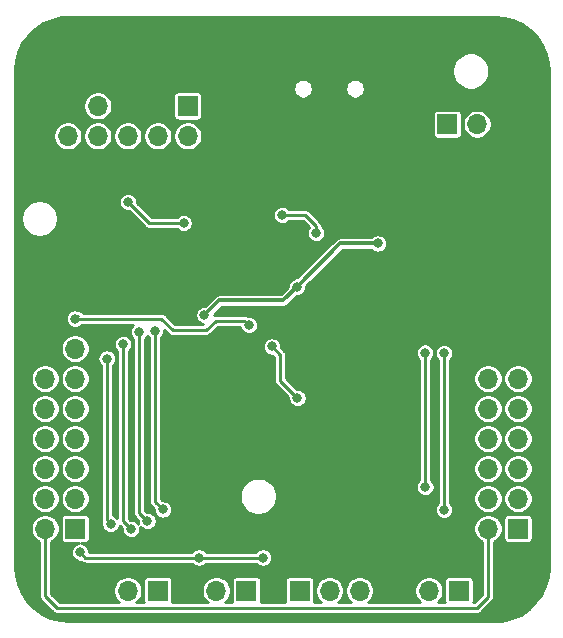
<source format=gbr>
%TF.GenerationSoftware,KiCad,Pcbnew,(5.1.10)-1*%
%TF.CreationDate,2021-07-29T02:28:09+01:00*%
%TF.ProjectId,STM32_MSB,53544d33-325f-44d5-9342-2e6b69636164,rev?*%
%TF.SameCoordinates,Original*%
%TF.FileFunction,Copper,L2,Bot*%
%TF.FilePolarity,Positive*%
%FSLAX46Y46*%
G04 Gerber Fmt 4.6, Leading zero omitted, Abs format (unit mm)*
G04 Created by KiCad (PCBNEW (5.1.10)-1) date 2021-07-29 02:28:09*
%MOMM*%
%LPD*%
G01*
G04 APERTURE LIST*
%TA.AperFunction,ComponentPad*%
%ADD10O,1.700000X1.700000*%
%TD*%
%TA.AperFunction,ComponentPad*%
%ADD11R,1.700000X1.700000*%
%TD*%
%TA.AperFunction,ViaPad*%
%ADD12C,0.800000*%
%TD*%
%TA.AperFunction,Conductor*%
%ADD13C,0.250000*%
%TD*%
%TA.AperFunction,Conductor*%
%ADD14C,0.300000*%
%TD*%
%TA.AperFunction,Conductor*%
%ADD15C,0.254000*%
%TD*%
%TA.AperFunction,Conductor*%
%ADD16C,0.100000*%
%TD*%
G04 APERTURE END LIST*
D10*
%TO.P,J2,14*%
%TO.N,GND*%
X61460000Y-43500000D03*
%TO.P,J2,13*%
X64000000Y-43500000D03*
%TO.P,J2,12*%
%TO.N,/PB15*%
X61460000Y-46040000D03*
%TO.P,J2,11*%
%TO.N,/PA8*%
X64000000Y-46040000D03*
%TO.P,J2,10*%
%TO.N,/PB13*%
X61460000Y-48580000D03*
%TO.P,J2,9*%
%TO.N,/PB14*%
X64000000Y-48580000D03*
%TO.P,J2,8*%
%TO.N,/PB11*%
X61460000Y-51120000D03*
%TO.P,J2,7*%
%TO.N,/PB12*%
X64000000Y-51120000D03*
%TO.P,J2,6*%
%TO.N,/PB2*%
X61460000Y-53660000D03*
%TO.P,J2,5*%
%TO.N,/PB10*%
X64000000Y-53660000D03*
%TO.P,J2,4*%
%TO.N,/PB0*%
X61460000Y-56200000D03*
%TO.P,J2,3*%
%TO.N,/PB1*%
X64000000Y-56200000D03*
%TO.P,J2,2*%
%TO.N,+5VP*%
X61460000Y-58740000D03*
D11*
%TO.P,J2,1*%
%TO.N,+3V3*%
X64000000Y-58740000D03*
%TD*%
%TO.P,J3,1*%
%TO.N,+3V3*%
X26500000Y-58740000D03*
D10*
%TO.P,J3,2*%
%TO.N,+5VP*%
X23960000Y-58740000D03*
%TO.P,J3,3*%
%TO.N,/PA4*%
X26500000Y-56200000D03*
%TO.P,J3,4*%
%TO.N,/PA3*%
X23960000Y-56200000D03*
%TO.P,J3,5*%
%TO.N,/PA2*%
X26500000Y-53660000D03*
%TO.P,J3,6*%
%TO.N,/PA1*%
X23960000Y-53660000D03*
%TO.P,J3,7*%
%TO.N,/PA0*%
X26500000Y-51120000D03*
%TO.P,J3,8*%
%TO.N,/PC15*%
X23960000Y-51120000D03*
%TO.P,J3,9*%
%TO.N,/PC14*%
X26500000Y-48580000D03*
%TO.P,J3,10*%
%TO.N,/PC13*%
X23960000Y-48580000D03*
%TO.P,J3,11*%
%TO.N,/PB5*%
X26500000Y-46040000D03*
%TO.P,J3,12*%
%TO.N,/PB4*%
X23960000Y-46040000D03*
%TO.P,J3,13*%
%TO.N,/PA15*%
X26500000Y-43500000D03*
%TO.P,J3,14*%
%TO.N,GND*%
X23960000Y-43500000D03*
%TD*%
D11*
%TO.P,J4,1*%
%TO.N,/CAN_TX*%
X41000000Y-64000000D03*
D10*
%TO.P,J4,2*%
%TO.N,/CAN_RX*%
X38460000Y-64000000D03*
%TD*%
%TO.P,J5,2*%
%TO.N,/I2C_SCL*%
X30960000Y-64000000D03*
D11*
%TO.P,J5,1*%
%TO.N,/I2C_SDA*%
X33500000Y-64000000D03*
%TD*%
%TO.P,J6,1*%
%TO.N,/USART_RX*%
X59000000Y-64000000D03*
D10*
%TO.P,J6,2*%
%TO.N,/USART_TX*%
X56460000Y-64000000D03*
%TD*%
D11*
%TO.P,J7,1*%
%TO.N,+3V3*%
X36040000Y-22960000D03*
D10*
%TO.P,J7,2*%
%TO.N,/SWDIO*%
X36040000Y-25500000D03*
%TO.P,J7,3*%
%TO.N,GND*%
X33500000Y-22960000D03*
%TO.P,J7,4*%
%TO.N,/SWCLK*%
X33500000Y-25500000D03*
%TO.P,J7,5*%
%TO.N,GND*%
X30960000Y-22960000D03*
%TO.P,J7,6*%
%TO.N,/SWO*%
X30960000Y-25500000D03*
%TO.P,J7,7*%
%TO.N,Net-(J7-Pad7)*%
X28420000Y-22960000D03*
%TO.P,J7,8*%
%TO.N,Net-(J7-Pad8)*%
X28420000Y-25500000D03*
%TO.P,J7,9*%
%TO.N,GND*%
X25880000Y-22960000D03*
%TO.P,J7,10*%
%TO.N,/NRST*%
X25880000Y-25500000D03*
%TD*%
D11*
%TO.P,J8,1*%
%TO.N,/SPI_SCK*%
X45500000Y-64000000D03*
D10*
%TO.P,J8,2*%
%TO.N,/SPI_MISO*%
X48040000Y-64000000D03*
%TO.P,J8,3*%
%TO.N,/SPI_MOSI*%
X50580000Y-64000000D03*
%TD*%
%TO.P,JP1,2*%
%TO.N,+5VP*%
X60540000Y-24500000D03*
D11*
%TO.P,JP1,1*%
%TO.N,+5V*%
X58000000Y-24500000D03*
%TD*%
D12*
%TO.N,GND*%
X37025000Y-39550000D03*
X36100000Y-50700000D03*
X34350000Y-44597990D03*
X50975000Y-43425000D03*
X43650000Y-34675000D03*
X46375000Y-26825000D03*
X45200000Y-26825000D03*
X43975000Y-26825000D03*
X42700000Y-26825000D03*
X60475000Y-37175000D03*
X59775000Y-32700000D03*
X59825000Y-33850000D03*
X55525000Y-31075000D03*
X55500000Y-32025000D03*
X55475000Y-33100000D03*
X43150000Y-37975000D03*
X32325000Y-37500000D03*
X43900000Y-52450000D03*
X48900000Y-48375000D03*
X49800000Y-49375000D03*
X50725000Y-50375000D03*
X51800000Y-51375000D03*
X52825000Y-52475000D03*
X53925000Y-53400000D03*
X49225000Y-50600000D03*
X50400000Y-51650000D03*
X51525000Y-52825000D03*
X52800000Y-53975000D03*
X54075000Y-55150000D03*
X40350000Y-45300000D03*
%TO.N,+3V3*%
X45325000Y-47675000D03*
X43150000Y-43325000D03*
X37450000Y-40675000D03*
X52125000Y-34600000D03*
X45287500Y-38262500D03*
X42425000Y-61200000D03*
X37000000Y-61200000D03*
X26925000Y-60750000D03*
%TO.N,/CAN_RX*%
X31925000Y-42075000D03*
X32625000Y-58125000D03*
%TO.N,/CAN_TX*%
X33275000Y-41975000D03*
X33925000Y-57125000D03*
%TO.N,/I2C_SDA*%
X30575000Y-43100000D03*
X31250000Y-58800000D03*
%TO.N,/I2C_SCL*%
X29175000Y-44350000D03*
X29500000Y-58350000D03*
%TO.N,/USART_TX*%
X56125000Y-43850000D03*
X56150000Y-55225000D03*
%TO.N,/USART_RX*%
X57725000Y-43875000D03*
X57725000Y-57150000D03*
%TO.N,/SWDIO*%
X46913800Y-33731200D03*
X44043600Y-32207200D03*
%TO.N,/SWO*%
X35687000Y-32893000D03*
X30988000Y-31089600D03*
%TO.N,/NRST*%
X41224200Y-41529000D03*
X26492200Y-40970200D03*
%TD*%
D13*
%TO.N,+5VP*%
X61460000Y-64540000D02*
X61460000Y-58740000D01*
X60500000Y-65500000D02*
X61460000Y-64540000D01*
X25000000Y-65500000D02*
X28000000Y-65500000D01*
X23960000Y-64460000D02*
X25000000Y-65500000D01*
X23960000Y-58740000D02*
X23960000Y-64460000D01*
X28000000Y-65500000D02*
X60500000Y-65500000D01*
X27500000Y-65500000D02*
X28000000Y-65500000D01*
%TO.N,+3V3*%
X45325000Y-47675000D02*
X43875000Y-46225000D01*
X43875000Y-44050000D02*
X43150000Y-43325000D01*
X43875000Y-46225000D02*
X43875000Y-44050000D01*
D14*
X37450000Y-40675000D02*
X38700000Y-39425000D01*
X44125000Y-39425000D02*
X45287500Y-38262500D01*
X38700000Y-39425000D02*
X44125000Y-39425000D01*
X50625000Y-34600000D02*
X52125000Y-34600000D01*
X48950000Y-34600000D02*
X50625000Y-34600000D01*
X45287500Y-38262500D02*
X48950000Y-34600000D01*
D13*
X42425000Y-61200000D02*
X37000000Y-61200000D01*
X27375000Y-61200000D02*
X26925000Y-60750000D01*
X37000000Y-61200000D02*
X27375000Y-61200000D01*
%TO.N,/CAN_RX*%
X31925000Y-57425000D02*
X32625000Y-58125000D01*
X31925000Y-42075000D02*
X31925000Y-57425000D01*
%TO.N,/CAN_TX*%
X33275000Y-56475000D02*
X33925000Y-57125000D01*
X33275000Y-41975000D02*
X33275000Y-56475000D01*
%TO.N,/I2C_SDA*%
X30575000Y-58125000D02*
X31250000Y-58800000D01*
X30575000Y-43100000D02*
X30575000Y-58125000D01*
%TO.N,/I2C_SCL*%
X29175000Y-58025000D02*
X29500000Y-58350000D01*
X29175000Y-44350000D02*
X29175000Y-58025000D01*
%TO.N,/USART_TX*%
X56125000Y-55200000D02*
X56150000Y-55225000D01*
X56125000Y-43850000D02*
X56125000Y-55200000D01*
%TO.N,/USART_RX*%
X57725000Y-43875000D02*
X57725000Y-57150000D01*
%TO.N,/SWDIO*%
X46913800Y-33731200D02*
X46913800Y-33121600D01*
X45999400Y-32207200D02*
X44043600Y-32207200D01*
X46913800Y-33121600D02*
X45999400Y-32207200D01*
%TO.N,/SWO*%
X32791400Y-32893000D02*
X30988000Y-31089600D01*
X35687000Y-32893000D02*
X32791400Y-32893000D01*
%TO.N,/NRST*%
X26746200Y-40716200D02*
X26492200Y-40970200D01*
X40824201Y-41129001D02*
X38395999Y-41129001D01*
X41224200Y-41529000D02*
X40824201Y-41129001D01*
X38395999Y-41129001D02*
X37575000Y-41950000D01*
X37575000Y-41950000D02*
X34775000Y-41950000D01*
X33795200Y-40970200D02*
X26492200Y-40970200D01*
X34775000Y-41950000D02*
X33795200Y-40970200D01*
%TD*%
D15*
%TO.N,GND*%
X62813246Y-15480194D02*
X63600773Y-15695638D01*
X64337716Y-16047141D01*
X65000760Y-16523587D01*
X65568956Y-17109919D01*
X66024338Y-17787600D01*
X66352519Y-18535216D01*
X66543870Y-19332251D01*
X66594000Y-20014892D01*
X66594001Y-61981904D01*
X66519806Y-62813246D01*
X66304362Y-63600774D01*
X65952859Y-64337716D01*
X65476413Y-65000760D01*
X64890081Y-65568956D01*
X64212400Y-66024338D01*
X63464784Y-66352519D01*
X62667749Y-66543870D01*
X61985108Y-66594000D01*
X26018085Y-66594000D01*
X25186754Y-66519806D01*
X24399226Y-66304362D01*
X23662284Y-65952859D01*
X22999240Y-65476413D01*
X22431044Y-64890081D01*
X21975662Y-64212400D01*
X21647481Y-63464784D01*
X21456130Y-62667749D01*
X21406000Y-61985108D01*
X21406000Y-58618757D01*
X22729000Y-58618757D01*
X22729000Y-58861243D01*
X22776307Y-59099069D01*
X22869102Y-59323097D01*
X23003820Y-59524717D01*
X23175283Y-59696180D01*
X23376903Y-59830898D01*
X23454000Y-59862833D01*
X23454001Y-64435144D01*
X23451553Y-64460000D01*
X23461322Y-64559192D01*
X23490255Y-64654574D01*
X23490256Y-64654575D01*
X23537242Y-64742479D01*
X23600474Y-64819527D01*
X23619780Y-64835371D01*
X24624628Y-65840220D01*
X24640473Y-65859527D01*
X24717521Y-65922759D01*
X24805425Y-65969745D01*
X24900806Y-65998678D01*
X24910694Y-65999652D01*
X24975146Y-66006000D01*
X24975153Y-66006000D01*
X24999999Y-66008447D01*
X25024845Y-66006000D01*
X60475154Y-66006000D01*
X60500000Y-66008447D01*
X60524846Y-66006000D01*
X60524854Y-66006000D01*
X60599193Y-65998678D01*
X60694575Y-65969745D01*
X60782479Y-65922759D01*
X60859527Y-65859527D01*
X60875376Y-65840215D01*
X61800220Y-64915372D01*
X61819527Y-64899527D01*
X61882759Y-64822479D01*
X61929745Y-64734575D01*
X61958678Y-64639193D01*
X61966000Y-64564854D01*
X61966000Y-64564847D01*
X61968447Y-64540001D01*
X61966000Y-64515155D01*
X61966000Y-59862832D01*
X62043097Y-59830898D01*
X62244717Y-59696180D01*
X62416180Y-59524717D01*
X62550898Y-59323097D01*
X62643693Y-59099069D01*
X62691000Y-58861243D01*
X62691000Y-58618757D01*
X62643693Y-58380931D01*
X62550898Y-58156903D01*
X62416180Y-57955283D01*
X62350897Y-57890000D01*
X62767157Y-57890000D01*
X62767157Y-59590000D01*
X62774513Y-59664689D01*
X62796299Y-59736508D01*
X62831678Y-59802696D01*
X62879289Y-59860711D01*
X62937304Y-59908322D01*
X63003492Y-59943701D01*
X63075311Y-59965487D01*
X63150000Y-59972843D01*
X64850000Y-59972843D01*
X64924689Y-59965487D01*
X64996508Y-59943701D01*
X65062696Y-59908322D01*
X65120711Y-59860711D01*
X65168322Y-59802696D01*
X65203701Y-59736508D01*
X65225487Y-59664689D01*
X65232843Y-59590000D01*
X65232843Y-57890000D01*
X65225487Y-57815311D01*
X65203701Y-57743492D01*
X65168322Y-57677304D01*
X65120711Y-57619289D01*
X65062696Y-57571678D01*
X64996508Y-57536299D01*
X64924689Y-57514513D01*
X64850000Y-57507157D01*
X63150000Y-57507157D01*
X63075311Y-57514513D01*
X63003492Y-57536299D01*
X62937304Y-57571678D01*
X62879289Y-57619289D01*
X62831678Y-57677304D01*
X62796299Y-57743492D01*
X62774513Y-57815311D01*
X62767157Y-57890000D01*
X62350897Y-57890000D01*
X62244717Y-57783820D01*
X62043097Y-57649102D01*
X61819069Y-57556307D01*
X61581243Y-57509000D01*
X61338757Y-57509000D01*
X61100931Y-57556307D01*
X60876903Y-57649102D01*
X60675283Y-57783820D01*
X60503820Y-57955283D01*
X60369102Y-58156903D01*
X60276307Y-58380931D01*
X60229000Y-58618757D01*
X60229000Y-58861243D01*
X60276307Y-59099069D01*
X60369102Y-59323097D01*
X60503820Y-59524717D01*
X60675283Y-59696180D01*
X60876903Y-59830898D01*
X60954001Y-59862833D01*
X60954000Y-64330408D01*
X60290409Y-64994000D01*
X60204462Y-64994000D01*
X60225487Y-64924689D01*
X60232843Y-64850000D01*
X60232843Y-63150000D01*
X60225487Y-63075311D01*
X60203701Y-63003492D01*
X60168322Y-62937304D01*
X60120711Y-62879289D01*
X60062696Y-62831678D01*
X59996508Y-62796299D01*
X59924689Y-62774513D01*
X59850000Y-62767157D01*
X58150000Y-62767157D01*
X58075311Y-62774513D01*
X58003492Y-62796299D01*
X57937304Y-62831678D01*
X57879289Y-62879289D01*
X57831678Y-62937304D01*
X57796299Y-63003492D01*
X57774513Y-63075311D01*
X57767157Y-63150000D01*
X57767157Y-64850000D01*
X57774513Y-64924689D01*
X57795538Y-64994000D01*
X57188115Y-64994000D01*
X57244717Y-64956180D01*
X57416180Y-64784717D01*
X57550898Y-64583097D01*
X57643693Y-64359069D01*
X57691000Y-64121243D01*
X57691000Y-63878757D01*
X57643693Y-63640931D01*
X57550898Y-63416903D01*
X57416180Y-63215283D01*
X57244717Y-63043820D01*
X57043097Y-62909102D01*
X56819069Y-62816307D01*
X56581243Y-62769000D01*
X56338757Y-62769000D01*
X56100931Y-62816307D01*
X55876903Y-62909102D01*
X55675283Y-63043820D01*
X55503820Y-63215283D01*
X55369102Y-63416903D01*
X55276307Y-63640931D01*
X55229000Y-63878757D01*
X55229000Y-64121243D01*
X55276307Y-64359069D01*
X55369102Y-64583097D01*
X55503820Y-64784717D01*
X55675283Y-64956180D01*
X55731885Y-64994000D01*
X51308115Y-64994000D01*
X51364717Y-64956180D01*
X51536180Y-64784717D01*
X51670898Y-64583097D01*
X51763693Y-64359069D01*
X51811000Y-64121243D01*
X51811000Y-63878757D01*
X51763693Y-63640931D01*
X51670898Y-63416903D01*
X51536180Y-63215283D01*
X51364717Y-63043820D01*
X51163097Y-62909102D01*
X50939069Y-62816307D01*
X50701243Y-62769000D01*
X50458757Y-62769000D01*
X50220931Y-62816307D01*
X49996903Y-62909102D01*
X49795283Y-63043820D01*
X49623820Y-63215283D01*
X49489102Y-63416903D01*
X49396307Y-63640931D01*
X49349000Y-63878757D01*
X49349000Y-64121243D01*
X49396307Y-64359069D01*
X49489102Y-64583097D01*
X49623820Y-64784717D01*
X49795283Y-64956180D01*
X49851885Y-64994000D01*
X48768115Y-64994000D01*
X48824717Y-64956180D01*
X48996180Y-64784717D01*
X49130898Y-64583097D01*
X49223693Y-64359069D01*
X49271000Y-64121243D01*
X49271000Y-63878757D01*
X49223693Y-63640931D01*
X49130898Y-63416903D01*
X48996180Y-63215283D01*
X48824717Y-63043820D01*
X48623097Y-62909102D01*
X48399069Y-62816307D01*
X48161243Y-62769000D01*
X47918757Y-62769000D01*
X47680931Y-62816307D01*
X47456903Y-62909102D01*
X47255283Y-63043820D01*
X47083820Y-63215283D01*
X46949102Y-63416903D01*
X46856307Y-63640931D01*
X46809000Y-63878757D01*
X46809000Y-64121243D01*
X46856307Y-64359069D01*
X46949102Y-64583097D01*
X47083820Y-64784717D01*
X47255283Y-64956180D01*
X47311885Y-64994000D01*
X46704462Y-64994000D01*
X46725487Y-64924689D01*
X46732843Y-64850000D01*
X46732843Y-63150000D01*
X46725487Y-63075311D01*
X46703701Y-63003492D01*
X46668322Y-62937304D01*
X46620711Y-62879289D01*
X46562696Y-62831678D01*
X46496508Y-62796299D01*
X46424689Y-62774513D01*
X46350000Y-62767157D01*
X44650000Y-62767157D01*
X44575311Y-62774513D01*
X44503492Y-62796299D01*
X44437304Y-62831678D01*
X44379289Y-62879289D01*
X44331678Y-62937304D01*
X44296299Y-63003492D01*
X44274513Y-63075311D01*
X44267157Y-63150000D01*
X44267157Y-64850000D01*
X44274513Y-64924689D01*
X44295538Y-64994000D01*
X42204462Y-64994000D01*
X42225487Y-64924689D01*
X42232843Y-64850000D01*
X42232843Y-63150000D01*
X42225487Y-63075311D01*
X42203701Y-63003492D01*
X42168322Y-62937304D01*
X42120711Y-62879289D01*
X42062696Y-62831678D01*
X41996508Y-62796299D01*
X41924689Y-62774513D01*
X41850000Y-62767157D01*
X40150000Y-62767157D01*
X40075311Y-62774513D01*
X40003492Y-62796299D01*
X39937304Y-62831678D01*
X39879289Y-62879289D01*
X39831678Y-62937304D01*
X39796299Y-63003492D01*
X39774513Y-63075311D01*
X39767157Y-63150000D01*
X39767157Y-64850000D01*
X39774513Y-64924689D01*
X39795538Y-64994000D01*
X39188115Y-64994000D01*
X39244717Y-64956180D01*
X39416180Y-64784717D01*
X39550898Y-64583097D01*
X39643693Y-64359069D01*
X39691000Y-64121243D01*
X39691000Y-63878757D01*
X39643693Y-63640931D01*
X39550898Y-63416903D01*
X39416180Y-63215283D01*
X39244717Y-63043820D01*
X39043097Y-62909102D01*
X38819069Y-62816307D01*
X38581243Y-62769000D01*
X38338757Y-62769000D01*
X38100931Y-62816307D01*
X37876903Y-62909102D01*
X37675283Y-63043820D01*
X37503820Y-63215283D01*
X37369102Y-63416903D01*
X37276307Y-63640931D01*
X37229000Y-63878757D01*
X37229000Y-64121243D01*
X37276307Y-64359069D01*
X37369102Y-64583097D01*
X37503820Y-64784717D01*
X37675283Y-64956180D01*
X37731885Y-64994000D01*
X34704462Y-64994000D01*
X34725487Y-64924689D01*
X34732843Y-64850000D01*
X34732843Y-63150000D01*
X34725487Y-63075311D01*
X34703701Y-63003492D01*
X34668322Y-62937304D01*
X34620711Y-62879289D01*
X34562696Y-62831678D01*
X34496508Y-62796299D01*
X34424689Y-62774513D01*
X34350000Y-62767157D01*
X32650000Y-62767157D01*
X32575311Y-62774513D01*
X32503492Y-62796299D01*
X32437304Y-62831678D01*
X32379289Y-62879289D01*
X32331678Y-62937304D01*
X32296299Y-63003492D01*
X32274513Y-63075311D01*
X32267157Y-63150000D01*
X32267157Y-64850000D01*
X32274513Y-64924689D01*
X32295538Y-64994000D01*
X31688115Y-64994000D01*
X31744717Y-64956180D01*
X31916180Y-64784717D01*
X32050898Y-64583097D01*
X32143693Y-64359069D01*
X32191000Y-64121243D01*
X32191000Y-63878757D01*
X32143693Y-63640931D01*
X32050898Y-63416903D01*
X31916180Y-63215283D01*
X31744717Y-63043820D01*
X31543097Y-62909102D01*
X31319069Y-62816307D01*
X31081243Y-62769000D01*
X30838757Y-62769000D01*
X30600931Y-62816307D01*
X30376903Y-62909102D01*
X30175283Y-63043820D01*
X30003820Y-63215283D01*
X29869102Y-63416903D01*
X29776307Y-63640931D01*
X29729000Y-63878757D01*
X29729000Y-64121243D01*
X29776307Y-64359069D01*
X29869102Y-64583097D01*
X30003820Y-64784717D01*
X30175283Y-64956180D01*
X30231885Y-64994000D01*
X25209592Y-64994000D01*
X24466000Y-64250409D01*
X24466000Y-59862832D01*
X24543097Y-59830898D01*
X24744717Y-59696180D01*
X24916180Y-59524717D01*
X25050898Y-59323097D01*
X25143693Y-59099069D01*
X25191000Y-58861243D01*
X25191000Y-58618757D01*
X25143693Y-58380931D01*
X25050898Y-58156903D01*
X24916180Y-57955283D01*
X24850897Y-57890000D01*
X25267157Y-57890000D01*
X25267157Y-59590000D01*
X25274513Y-59664689D01*
X25296299Y-59736508D01*
X25331678Y-59802696D01*
X25379289Y-59860711D01*
X25437304Y-59908322D01*
X25503492Y-59943701D01*
X25575311Y-59965487D01*
X25650000Y-59972843D01*
X26828758Y-59972843D01*
X26697191Y-59999013D01*
X26555058Y-60057887D01*
X26427141Y-60143358D01*
X26318358Y-60252141D01*
X26232887Y-60380058D01*
X26174013Y-60522191D01*
X26144000Y-60673078D01*
X26144000Y-60826922D01*
X26174013Y-60977809D01*
X26232887Y-61119942D01*
X26318358Y-61247859D01*
X26427141Y-61356642D01*
X26555058Y-61442113D01*
X26697191Y-61500987D01*
X26848078Y-61531000D01*
X26990408Y-61531000D01*
X26999628Y-61540220D01*
X27015473Y-61559527D01*
X27092521Y-61622759D01*
X27167834Y-61663015D01*
X27180425Y-61669745D01*
X27275806Y-61698678D01*
X27285694Y-61699652D01*
X27350146Y-61706000D01*
X27350153Y-61706000D01*
X27374999Y-61708447D01*
X27399845Y-61706000D01*
X36401499Y-61706000D01*
X36502141Y-61806642D01*
X36630058Y-61892113D01*
X36772191Y-61950987D01*
X36923078Y-61981000D01*
X37076922Y-61981000D01*
X37227809Y-61950987D01*
X37369942Y-61892113D01*
X37497859Y-61806642D01*
X37598501Y-61706000D01*
X41826499Y-61706000D01*
X41927141Y-61806642D01*
X42055058Y-61892113D01*
X42197191Y-61950987D01*
X42348078Y-61981000D01*
X42501922Y-61981000D01*
X42652809Y-61950987D01*
X42794942Y-61892113D01*
X42922859Y-61806642D01*
X43031642Y-61697859D01*
X43117113Y-61569942D01*
X43175987Y-61427809D01*
X43206000Y-61276922D01*
X43206000Y-61123078D01*
X43175987Y-60972191D01*
X43117113Y-60830058D01*
X43031642Y-60702141D01*
X42922859Y-60593358D01*
X42794942Y-60507887D01*
X42652809Y-60449013D01*
X42501922Y-60419000D01*
X42348078Y-60419000D01*
X42197191Y-60449013D01*
X42055058Y-60507887D01*
X41927141Y-60593358D01*
X41826499Y-60694000D01*
X37598501Y-60694000D01*
X37497859Y-60593358D01*
X37369942Y-60507887D01*
X37227809Y-60449013D01*
X37076922Y-60419000D01*
X36923078Y-60419000D01*
X36772191Y-60449013D01*
X36630058Y-60507887D01*
X36502141Y-60593358D01*
X36401499Y-60694000D01*
X27706000Y-60694000D01*
X27706000Y-60673078D01*
X27675987Y-60522191D01*
X27617113Y-60380058D01*
X27531642Y-60252141D01*
X27422859Y-60143358D01*
X27294942Y-60057887D01*
X27152809Y-59999013D01*
X27021242Y-59972843D01*
X27350000Y-59972843D01*
X27424689Y-59965487D01*
X27496508Y-59943701D01*
X27562696Y-59908322D01*
X27620711Y-59860711D01*
X27668322Y-59802696D01*
X27703701Y-59736508D01*
X27725487Y-59664689D01*
X27732843Y-59590000D01*
X27732843Y-57890000D01*
X27725487Y-57815311D01*
X27703701Y-57743492D01*
X27668322Y-57677304D01*
X27620711Y-57619289D01*
X27562696Y-57571678D01*
X27496508Y-57536299D01*
X27424689Y-57514513D01*
X27350000Y-57507157D01*
X25650000Y-57507157D01*
X25575311Y-57514513D01*
X25503492Y-57536299D01*
X25437304Y-57571678D01*
X25379289Y-57619289D01*
X25331678Y-57677304D01*
X25296299Y-57743492D01*
X25274513Y-57815311D01*
X25267157Y-57890000D01*
X24850897Y-57890000D01*
X24744717Y-57783820D01*
X24543097Y-57649102D01*
X24319069Y-57556307D01*
X24081243Y-57509000D01*
X23838757Y-57509000D01*
X23600931Y-57556307D01*
X23376903Y-57649102D01*
X23175283Y-57783820D01*
X23003820Y-57955283D01*
X22869102Y-58156903D01*
X22776307Y-58380931D01*
X22729000Y-58618757D01*
X21406000Y-58618757D01*
X21406000Y-56078757D01*
X22729000Y-56078757D01*
X22729000Y-56321243D01*
X22776307Y-56559069D01*
X22869102Y-56783097D01*
X23003820Y-56984717D01*
X23175283Y-57156180D01*
X23376903Y-57290898D01*
X23600931Y-57383693D01*
X23838757Y-57431000D01*
X24081243Y-57431000D01*
X24319069Y-57383693D01*
X24543097Y-57290898D01*
X24744717Y-57156180D01*
X24916180Y-56984717D01*
X25050898Y-56783097D01*
X25143693Y-56559069D01*
X25191000Y-56321243D01*
X25191000Y-56078757D01*
X25269000Y-56078757D01*
X25269000Y-56321243D01*
X25316307Y-56559069D01*
X25409102Y-56783097D01*
X25543820Y-56984717D01*
X25715283Y-57156180D01*
X25916903Y-57290898D01*
X26140931Y-57383693D01*
X26378757Y-57431000D01*
X26621243Y-57431000D01*
X26859069Y-57383693D01*
X27083097Y-57290898D01*
X27284717Y-57156180D01*
X27456180Y-56984717D01*
X27590898Y-56783097D01*
X27683693Y-56559069D01*
X27731000Y-56321243D01*
X27731000Y-56078757D01*
X27683693Y-55840931D01*
X27590898Y-55616903D01*
X27456180Y-55415283D01*
X27284717Y-55243820D01*
X27083097Y-55109102D01*
X26859069Y-55016307D01*
X26621243Y-54969000D01*
X26378757Y-54969000D01*
X26140931Y-55016307D01*
X25916903Y-55109102D01*
X25715283Y-55243820D01*
X25543820Y-55415283D01*
X25409102Y-55616903D01*
X25316307Y-55840931D01*
X25269000Y-56078757D01*
X25191000Y-56078757D01*
X25143693Y-55840931D01*
X25050898Y-55616903D01*
X24916180Y-55415283D01*
X24744717Y-55243820D01*
X24543097Y-55109102D01*
X24319069Y-55016307D01*
X24081243Y-54969000D01*
X23838757Y-54969000D01*
X23600931Y-55016307D01*
X23376903Y-55109102D01*
X23175283Y-55243820D01*
X23003820Y-55415283D01*
X22869102Y-55616903D01*
X22776307Y-55840931D01*
X22729000Y-56078757D01*
X21406000Y-56078757D01*
X21406000Y-53538757D01*
X22729000Y-53538757D01*
X22729000Y-53781243D01*
X22776307Y-54019069D01*
X22869102Y-54243097D01*
X23003820Y-54444717D01*
X23175283Y-54616180D01*
X23376903Y-54750898D01*
X23600931Y-54843693D01*
X23838757Y-54891000D01*
X24081243Y-54891000D01*
X24319069Y-54843693D01*
X24543097Y-54750898D01*
X24744717Y-54616180D01*
X24916180Y-54444717D01*
X25050898Y-54243097D01*
X25143693Y-54019069D01*
X25191000Y-53781243D01*
X25191000Y-53538757D01*
X25269000Y-53538757D01*
X25269000Y-53781243D01*
X25316307Y-54019069D01*
X25409102Y-54243097D01*
X25543820Y-54444717D01*
X25715283Y-54616180D01*
X25916903Y-54750898D01*
X26140931Y-54843693D01*
X26378757Y-54891000D01*
X26621243Y-54891000D01*
X26859069Y-54843693D01*
X27083097Y-54750898D01*
X27284717Y-54616180D01*
X27456180Y-54444717D01*
X27590898Y-54243097D01*
X27683693Y-54019069D01*
X27731000Y-53781243D01*
X27731000Y-53538757D01*
X27683693Y-53300931D01*
X27590898Y-53076903D01*
X27456180Y-52875283D01*
X27284717Y-52703820D01*
X27083097Y-52569102D01*
X26859069Y-52476307D01*
X26621243Y-52429000D01*
X26378757Y-52429000D01*
X26140931Y-52476307D01*
X25916903Y-52569102D01*
X25715283Y-52703820D01*
X25543820Y-52875283D01*
X25409102Y-53076903D01*
X25316307Y-53300931D01*
X25269000Y-53538757D01*
X25191000Y-53538757D01*
X25143693Y-53300931D01*
X25050898Y-53076903D01*
X24916180Y-52875283D01*
X24744717Y-52703820D01*
X24543097Y-52569102D01*
X24319069Y-52476307D01*
X24081243Y-52429000D01*
X23838757Y-52429000D01*
X23600931Y-52476307D01*
X23376903Y-52569102D01*
X23175283Y-52703820D01*
X23003820Y-52875283D01*
X22869102Y-53076903D01*
X22776307Y-53300931D01*
X22729000Y-53538757D01*
X21406000Y-53538757D01*
X21406000Y-50998757D01*
X22729000Y-50998757D01*
X22729000Y-51241243D01*
X22776307Y-51479069D01*
X22869102Y-51703097D01*
X23003820Y-51904717D01*
X23175283Y-52076180D01*
X23376903Y-52210898D01*
X23600931Y-52303693D01*
X23838757Y-52351000D01*
X24081243Y-52351000D01*
X24319069Y-52303693D01*
X24543097Y-52210898D01*
X24744717Y-52076180D01*
X24916180Y-51904717D01*
X25050898Y-51703097D01*
X25143693Y-51479069D01*
X25191000Y-51241243D01*
X25191000Y-50998757D01*
X25269000Y-50998757D01*
X25269000Y-51241243D01*
X25316307Y-51479069D01*
X25409102Y-51703097D01*
X25543820Y-51904717D01*
X25715283Y-52076180D01*
X25916903Y-52210898D01*
X26140931Y-52303693D01*
X26378757Y-52351000D01*
X26621243Y-52351000D01*
X26859069Y-52303693D01*
X27083097Y-52210898D01*
X27284717Y-52076180D01*
X27456180Y-51904717D01*
X27590898Y-51703097D01*
X27683693Y-51479069D01*
X27731000Y-51241243D01*
X27731000Y-50998757D01*
X27683693Y-50760931D01*
X27590898Y-50536903D01*
X27456180Y-50335283D01*
X27284717Y-50163820D01*
X27083097Y-50029102D01*
X26859069Y-49936307D01*
X26621243Y-49889000D01*
X26378757Y-49889000D01*
X26140931Y-49936307D01*
X25916903Y-50029102D01*
X25715283Y-50163820D01*
X25543820Y-50335283D01*
X25409102Y-50536903D01*
X25316307Y-50760931D01*
X25269000Y-50998757D01*
X25191000Y-50998757D01*
X25143693Y-50760931D01*
X25050898Y-50536903D01*
X24916180Y-50335283D01*
X24744717Y-50163820D01*
X24543097Y-50029102D01*
X24319069Y-49936307D01*
X24081243Y-49889000D01*
X23838757Y-49889000D01*
X23600931Y-49936307D01*
X23376903Y-50029102D01*
X23175283Y-50163820D01*
X23003820Y-50335283D01*
X22869102Y-50536903D01*
X22776307Y-50760931D01*
X22729000Y-50998757D01*
X21406000Y-50998757D01*
X21406000Y-48458757D01*
X22729000Y-48458757D01*
X22729000Y-48701243D01*
X22776307Y-48939069D01*
X22869102Y-49163097D01*
X23003820Y-49364717D01*
X23175283Y-49536180D01*
X23376903Y-49670898D01*
X23600931Y-49763693D01*
X23838757Y-49811000D01*
X24081243Y-49811000D01*
X24319069Y-49763693D01*
X24543097Y-49670898D01*
X24744717Y-49536180D01*
X24916180Y-49364717D01*
X25050898Y-49163097D01*
X25143693Y-48939069D01*
X25191000Y-48701243D01*
X25191000Y-48458757D01*
X25269000Y-48458757D01*
X25269000Y-48701243D01*
X25316307Y-48939069D01*
X25409102Y-49163097D01*
X25543820Y-49364717D01*
X25715283Y-49536180D01*
X25916903Y-49670898D01*
X26140931Y-49763693D01*
X26378757Y-49811000D01*
X26621243Y-49811000D01*
X26859069Y-49763693D01*
X27083097Y-49670898D01*
X27284717Y-49536180D01*
X27456180Y-49364717D01*
X27590898Y-49163097D01*
X27683693Y-48939069D01*
X27731000Y-48701243D01*
X27731000Y-48458757D01*
X27683693Y-48220931D01*
X27590898Y-47996903D01*
X27456180Y-47795283D01*
X27284717Y-47623820D01*
X27083097Y-47489102D01*
X26859069Y-47396307D01*
X26621243Y-47349000D01*
X26378757Y-47349000D01*
X26140931Y-47396307D01*
X25916903Y-47489102D01*
X25715283Y-47623820D01*
X25543820Y-47795283D01*
X25409102Y-47996903D01*
X25316307Y-48220931D01*
X25269000Y-48458757D01*
X25191000Y-48458757D01*
X25143693Y-48220931D01*
X25050898Y-47996903D01*
X24916180Y-47795283D01*
X24744717Y-47623820D01*
X24543097Y-47489102D01*
X24319069Y-47396307D01*
X24081243Y-47349000D01*
X23838757Y-47349000D01*
X23600931Y-47396307D01*
X23376903Y-47489102D01*
X23175283Y-47623820D01*
X23003820Y-47795283D01*
X22869102Y-47996903D01*
X22776307Y-48220931D01*
X22729000Y-48458757D01*
X21406000Y-48458757D01*
X21406000Y-45918757D01*
X22729000Y-45918757D01*
X22729000Y-46161243D01*
X22776307Y-46399069D01*
X22869102Y-46623097D01*
X23003820Y-46824717D01*
X23175283Y-46996180D01*
X23376903Y-47130898D01*
X23600931Y-47223693D01*
X23838757Y-47271000D01*
X24081243Y-47271000D01*
X24319069Y-47223693D01*
X24543097Y-47130898D01*
X24744717Y-46996180D01*
X24916180Y-46824717D01*
X25050898Y-46623097D01*
X25143693Y-46399069D01*
X25191000Y-46161243D01*
X25191000Y-45918757D01*
X25269000Y-45918757D01*
X25269000Y-46161243D01*
X25316307Y-46399069D01*
X25409102Y-46623097D01*
X25543820Y-46824717D01*
X25715283Y-46996180D01*
X25916903Y-47130898D01*
X26140931Y-47223693D01*
X26378757Y-47271000D01*
X26621243Y-47271000D01*
X26859069Y-47223693D01*
X27083097Y-47130898D01*
X27284717Y-46996180D01*
X27456180Y-46824717D01*
X27590898Y-46623097D01*
X27683693Y-46399069D01*
X27731000Y-46161243D01*
X27731000Y-45918757D01*
X27683693Y-45680931D01*
X27590898Y-45456903D01*
X27456180Y-45255283D01*
X27284717Y-45083820D01*
X27083097Y-44949102D01*
X26859069Y-44856307D01*
X26621243Y-44809000D01*
X26378757Y-44809000D01*
X26140931Y-44856307D01*
X25916903Y-44949102D01*
X25715283Y-45083820D01*
X25543820Y-45255283D01*
X25409102Y-45456903D01*
X25316307Y-45680931D01*
X25269000Y-45918757D01*
X25191000Y-45918757D01*
X25143693Y-45680931D01*
X25050898Y-45456903D01*
X24916180Y-45255283D01*
X24744717Y-45083820D01*
X24543097Y-44949102D01*
X24319069Y-44856307D01*
X24081243Y-44809000D01*
X23838757Y-44809000D01*
X23600931Y-44856307D01*
X23376903Y-44949102D01*
X23175283Y-45083820D01*
X23003820Y-45255283D01*
X22869102Y-45456903D01*
X22776307Y-45680931D01*
X22729000Y-45918757D01*
X21406000Y-45918757D01*
X21406000Y-43378757D01*
X25269000Y-43378757D01*
X25269000Y-43621243D01*
X25316307Y-43859069D01*
X25409102Y-44083097D01*
X25543820Y-44284717D01*
X25715283Y-44456180D01*
X25916903Y-44590898D01*
X26140931Y-44683693D01*
X26378757Y-44731000D01*
X26621243Y-44731000D01*
X26859069Y-44683693D01*
X27083097Y-44590898D01*
X27284717Y-44456180D01*
X27456180Y-44284717D01*
X27590898Y-44083097D01*
X27683693Y-43859069D01*
X27731000Y-43621243D01*
X27731000Y-43378757D01*
X27683693Y-43140931D01*
X27590898Y-42916903D01*
X27456180Y-42715283D01*
X27284717Y-42543820D01*
X27083097Y-42409102D01*
X26859069Y-42316307D01*
X26621243Y-42269000D01*
X26378757Y-42269000D01*
X26140931Y-42316307D01*
X25916903Y-42409102D01*
X25715283Y-42543820D01*
X25543820Y-42715283D01*
X25409102Y-42916903D01*
X25316307Y-43140931D01*
X25269000Y-43378757D01*
X21406000Y-43378757D01*
X21406000Y-40893278D01*
X25711200Y-40893278D01*
X25711200Y-41047122D01*
X25741213Y-41198009D01*
X25800087Y-41340142D01*
X25885558Y-41468059D01*
X25994341Y-41576842D01*
X26122258Y-41662313D01*
X26264391Y-41721187D01*
X26415278Y-41751200D01*
X26569122Y-41751200D01*
X26720009Y-41721187D01*
X26862142Y-41662313D01*
X26990059Y-41576842D01*
X27090701Y-41476200D01*
X31419299Y-41476200D01*
X31318358Y-41577141D01*
X31232887Y-41705058D01*
X31174013Y-41847191D01*
X31144000Y-41998078D01*
X31144000Y-42151922D01*
X31174013Y-42302809D01*
X31232887Y-42444942D01*
X31318358Y-42572859D01*
X31419000Y-42673501D01*
X31419001Y-57400144D01*
X31416553Y-57425000D01*
X31426322Y-57524192D01*
X31455255Y-57619574D01*
X31471321Y-57649630D01*
X31502242Y-57707479D01*
X31565474Y-57784527D01*
X31584780Y-57800371D01*
X31844000Y-58059591D01*
X31844000Y-58201922D01*
X31867026Y-58317681D01*
X31856642Y-58302141D01*
X31747859Y-58193358D01*
X31619942Y-58107887D01*
X31477809Y-58049013D01*
X31326922Y-58019000D01*
X31184591Y-58019000D01*
X31081000Y-57915409D01*
X31081000Y-43698501D01*
X31181642Y-43597859D01*
X31267113Y-43469942D01*
X31325987Y-43327809D01*
X31356000Y-43176922D01*
X31356000Y-43023078D01*
X31325987Y-42872191D01*
X31267113Y-42730058D01*
X31181642Y-42602141D01*
X31072859Y-42493358D01*
X30944942Y-42407887D01*
X30802809Y-42349013D01*
X30651922Y-42319000D01*
X30498078Y-42319000D01*
X30347191Y-42349013D01*
X30205058Y-42407887D01*
X30077141Y-42493358D01*
X29968358Y-42602141D01*
X29882887Y-42730058D01*
X29824013Y-42872191D01*
X29794000Y-43023078D01*
X29794000Y-43176922D01*
X29824013Y-43327809D01*
X29882887Y-43469942D01*
X29968358Y-43597859D01*
X30069000Y-43698501D01*
X30069001Y-57814500D01*
X29997859Y-57743358D01*
X29869942Y-57657887D01*
X29727809Y-57599013D01*
X29681000Y-57589702D01*
X29681000Y-44948501D01*
X29781642Y-44847859D01*
X29867113Y-44719942D01*
X29925987Y-44577809D01*
X29956000Y-44426922D01*
X29956000Y-44273078D01*
X29925987Y-44122191D01*
X29867113Y-43980058D01*
X29781642Y-43852141D01*
X29672859Y-43743358D01*
X29544942Y-43657887D01*
X29402809Y-43599013D01*
X29251922Y-43569000D01*
X29098078Y-43569000D01*
X28947191Y-43599013D01*
X28805058Y-43657887D01*
X28677141Y-43743358D01*
X28568358Y-43852141D01*
X28482887Y-43980058D01*
X28424013Y-44122191D01*
X28394000Y-44273078D01*
X28394000Y-44426922D01*
X28424013Y-44577809D01*
X28482887Y-44719942D01*
X28568358Y-44847859D01*
X28669000Y-44948501D01*
X28669001Y-58000144D01*
X28666553Y-58025000D01*
X28676322Y-58124192D01*
X28705255Y-58219574D01*
X28707724Y-58224193D01*
X28723029Y-58252825D01*
X28719000Y-58273078D01*
X28719000Y-58426922D01*
X28749013Y-58577809D01*
X28807887Y-58719942D01*
X28893358Y-58847859D01*
X29002141Y-58956642D01*
X29130058Y-59042113D01*
X29272191Y-59100987D01*
X29423078Y-59131000D01*
X29576922Y-59131000D01*
X29727809Y-59100987D01*
X29869942Y-59042113D01*
X29997859Y-58956642D01*
X30106642Y-58847859D01*
X30192113Y-58719942D01*
X30250987Y-58577809D01*
X30261146Y-58526737D01*
X30469000Y-58734591D01*
X30469000Y-58876922D01*
X30499013Y-59027809D01*
X30557887Y-59169942D01*
X30643358Y-59297859D01*
X30752141Y-59406642D01*
X30880058Y-59492113D01*
X31022191Y-59550987D01*
X31173078Y-59581000D01*
X31326922Y-59581000D01*
X31477809Y-59550987D01*
X31619942Y-59492113D01*
X31747859Y-59406642D01*
X31856642Y-59297859D01*
X31942113Y-59169942D01*
X32000987Y-59027809D01*
X32031000Y-58876922D01*
X32031000Y-58723078D01*
X32007974Y-58607319D01*
X32018358Y-58622859D01*
X32127141Y-58731642D01*
X32255058Y-58817113D01*
X32397191Y-58875987D01*
X32548078Y-58906000D01*
X32701922Y-58906000D01*
X32852809Y-58875987D01*
X32994942Y-58817113D01*
X33122859Y-58731642D01*
X33231642Y-58622859D01*
X33317113Y-58494942D01*
X33375987Y-58352809D01*
X33406000Y-58201922D01*
X33406000Y-58048078D01*
X33375987Y-57897191D01*
X33317113Y-57755058D01*
X33231642Y-57627141D01*
X33122859Y-57518358D01*
X32994942Y-57432887D01*
X32852809Y-57374013D01*
X32701922Y-57344000D01*
X32559591Y-57344000D01*
X32431000Y-57215409D01*
X32431000Y-42673501D01*
X32531642Y-42572859D01*
X32617113Y-42444942D01*
X32629585Y-42414831D01*
X32668358Y-42472859D01*
X32769000Y-42573501D01*
X32769001Y-56450144D01*
X32766553Y-56475000D01*
X32776322Y-56574192D01*
X32805255Y-56669574D01*
X32805256Y-56669575D01*
X32852242Y-56757479D01*
X32915474Y-56834527D01*
X32934780Y-56850371D01*
X33144000Y-57059591D01*
X33144000Y-57201922D01*
X33174013Y-57352809D01*
X33232887Y-57494942D01*
X33318358Y-57622859D01*
X33427141Y-57731642D01*
X33555058Y-57817113D01*
X33697191Y-57875987D01*
X33848078Y-57906000D01*
X34001922Y-57906000D01*
X34152809Y-57875987D01*
X34294942Y-57817113D01*
X34422859Y-57731642D01*
X34531642Y-57622859D01*
X34617113Y-57494942D01*
X34675987Y-57352809D01*
X34706000Y-57201922D01*
X34706000Y-57048078D01*
X34675987Y-56897191D01*
X34617113Y-56755058D01*
X34531642Y-56627141D01*
X34422859Y-56518358D01*
X34294942Y-56432887D01*
X34152809Y-56374013D01*
X34001922Y-56344000D01*
X33859591Y-56344000D01*
X33781000Y-56265409D01*
X33781000Y-55845329D01*
X40429599Y-55845329D01*
X40429599Y-56154671D01*
X40489948Y-56458069D01*
X40608328Y-56743864D01*
X40780190Y-57001073D01*
X40998927Y-57219810D01*
X41256136Y-57391672D01*
X41541931Y-57510052D01*
X41845329Y-57570401D01*
X42154671Y-57570401D01*
X42458069Y-57510052D01*
X42743864Y-57391672D01*
X43001073Y-57219810D01*
X43219810Y-57001073D01*
X43391672Y-56743864D01*
X43510052Y-56458069D01*
X43570401Y-56154671D01*
X43570401Y-55845329D01*
X43510052Y-55541931D01*
X43391672Y-55256136D01*
X43219810Y-54998927D01*
X43001073Y-54780190D01*
X42743864Y-54608328D01*
X42458069Y-54489948D01*
X42154671Y-54429599D01*
X41845329Y-54429599D01*
X41541931Y-54489948D01*
X41256136Y-54608328D01*
X40998927Y-54780190D01*
X40780190Y-54998927D01*
X40608328Y-55256136D01*
X40489948Y-55541931D01*
X40429599Y-55845329D01*
X33781000Y-55845329D01*
X33781000Y-43248078D01*
X42369000Y-43248078D01*
X42369000Y-43401922D01*
X42399013Y-43552809D01*
X42457887Y-43694942D01*
X42543358Y-43822859D01*
X42652141Y-43931642D01*
X42780058Y-44017113D01*
X42922191Y-44075987D01*
X43073078Y-44106000D01*
X43215408Y-44106000D01*
X43369001Y-44259593D01*
X43369000Y-46200154D01*
X43366553Y-46225000D01*
X43369000Y-46249846D01*
X43369000Y-46249853D01*
X43376322Y-46324192D01*
X43405255Y-46419574D01*
X43452241Y-46507479D01*
X43515473Y-46584527D01*
X43534785Y-46600376D01*
X44544000Y-47609592D01*
X44544000Y-47751922D01*
X44574013Y-47902809D01*
X44632887Y-48044942D01*
X44718358Y-48172859D01*
X44827141Y-48281642D01*
X44955058Y-48367113D01*
X45097191Y-48425987D01*
X45248078Y-48456000D01*
X45401922Y-48456000D01*
X45552809Y-48425987D01*
X45694942Y-48367113D01*
X45822859Y-48281642D01*
X45931642Y-48172859D01*
X46017113Y-48044942D01*
X46075987Y-47902809D01*
X46106000Y-47751922D01*
X46106000Y-47598078D01*
X46075987Y-47447191D01*
X46017113Y-47305058D01*
X45931642Y-47177141D01*
X45822859Y-47068358D01*
X45694942Y-46982887D01*
X45552809Y-46924013D01*
X45401922Y-46894000D01*
X45259592Y-46894000D01*
X44381000Y-46015409D01*
X44381000Y-44074854D01*
X44383448Y-44050000D01*
X44373678Y-43950807D01*
X44344745Y-43855425D01*
X44314092Y-43798078D01*
X44300730Y-43773078D01*
X55344000Y-43773078D01*
X55344000Y-43926922D01*
X55374013Y-44077809D01*
X55432887Y-44219942D01*
X55518358Y-44347859D01*
X55619000Y-44448501D01*
X55619001Y-54651498D01*
X55543358Y-54727141D01*
X55457887Y-54855058D01*
X55399013Y-54997191D01*
X55369000Y-55148078D01*
X55369000Y-55301922D01*
X55399013Y-55452809D01*
X55457887Y-55594942D01*
X55543358Y-55722859D01*
X55652141Y-55831642D01*
X55780058Y-55917113D01*
X55922191Y-55975987D01*
X56073078Y-56006000D01*
X56226922Y-56006000D01*
X56377809Y-55975987D01*
X56519942Y-55917113D01*
X56647859Y-55831642D01*
X56756642Y-55722859D01*
X56842113Y-55594942D01*
X56900987Y-55452809D01*
X56931000Y-55301922D01*
X56931000Y-55148078D01*
X56900987Y-54997191D01*
X56842113Y-54855058D01*
X56756642Y-54727141D01*
X56647859Y-54618358D01*
X56631000Y-54607093D01*
X56631000Y-44448501D01*
X56731642Y-44347859D01*
X56817113Y-44219942D01*
X56875987Y-44077809D01*
X56906000Y-43926922D01*
X56906000Y-43798078D01*
X56944000Y-43798078D01*
X56944000Y-43951922D01*
X56974013Y-44102809D01*
X57032887Y-44244942D01*
X57118358Y-44372859D01*
X57219000Y-44473501D01*
X57219001Y-56551498D01*
X57118358Y-56652141D01*
X57032887Y-56780058D01*
X56974013Y-56922191D01*
X56944000Y-57073078D01*
X56944000Y-57226922D01*
X56974013Y-57377809D01*
X57032887Y-57519942D01*
X57118358Y-57647859D01*
X57227141Y-57756642D01*
X57355058Y-57842113D01*
X57497191Y-57900987D01*
X57648078Y-57931000D01*
X57801922Y-57931000D01*
X57952809Y-57900987D01*
X58094942Y-57842113D01*
X58222859Y-57756642D01*
X58331642Y-57647859D01*
X58417113Y-57519942D01*
X58475987Y-57377809D01*
X58506000Y-57226922D01*
X58506000Y-57073078D01*
X58475987Y-56922191D01*
X58417113Y-56780058D01*
X58331642Y-56652141D01*
X58231000Y-56551499D01*
X58231000Y-56078757D01*
X60229000Y-56078757D01*
X60229000Y-56321243D01*
X60276307Y-56559069D01*
X60369102Y-56783097D01*
X60503820Y-56984717D01*
X60675283Y-57156180D01*
X60876903Y-57290898D01*
X61100931Y-57383693D01*
X61338757Y-57431000D01*
X61581243Y-57431000D01*
X61819069Y-57383693D01*
X62043097Y-57290898D01*
X62244717Y-57156180D01*
X62416180Y-56984717D01*
X62550898Y-56783097D01*
X62643693Y-56559069D01*
X62691000Y-56321243D01*
X62691000Y-56078757D01*
X62769000Y-56078757D01*
X62769000Y-56321243D01*
X62816307Y-56559069D01*
X62909102Y-56783097D01*
X63043820Y-56984717D01*
X63215283Y-57156180D01*
X63416903Y-57290898D01*
X63640931Y-57383693D01*
X63878757Y-57431000D01*
X64121243Y-57431000D01*
X64359069Y-57383693D01*
X64583097Y-57290898D01*
X64784717Y-57156180D01*
X64956180Y-56984717D01*
X65090898Y-56783097D01*
X65183693Y-56559069D01*
X65231000Y-56321243D01*
X65231000Y-56078757D01*
X65183693Y-55840931D01*
X65090898Y-55616903D01*
X64956180Y-55415283D01*
X64784717Y-55243820D01*
X64583097Y-55109102D01*
X64359069Y-55016307D01*
X64121243Y-54969000D01*
X63878757Y-54969000D01*
X63640931Y-55016307D01*
X63416903Y-55109102D01*
X63215283Y-55243820D01*
X63043820Y-55415283D01*
X62909102Y-55616903D01*
X62816307Y-55840931D01*
X62769000Y-56078757D01*
X62691000Y-56078757D01*
X62643693Y-55840931D01*
X62550898Y-55616903D01*
X62416180Y-55415283D01*
X62244717Y-55243820D01*
X62043097Y-55109102D01*
X61819069Y-55016307D01*
X61581243Y-54969000D01*
X61338757Y-54969000D01*
X61100931Y-55016307D01*
X60876903Y-55109102D01*
X60675283Y-55243820D01*
X60503820Y-55415283D01*
X60369102Y-55616903D01*
X60276307Y-55840931D01*
X60229000Y-56078757D01*
X58231000Y-56078757D01*
X58231000Y-53538757D01*
X60229000Y-53538757D01*
X60229000Y-53781243D01*
X60276307Y-54019069D01*
X60369102Y-54243097D01*
X60503820Y-54444717D01*
X60675283Y-54616180D01*
X60876903Y-54750898D01*
X61100931Y-54843693D01*
X61338757Y-54891000D01*
X61581243Y-54891000D01*
X61819069Y-54843693D01*
X62043097Y-54750898D01*
X62244717Y-54616180D01*
X62416180Y-54444717D01*
X62550898Y-54243097D01*
X62643693Y-54019069D01*
X62691000Y-53781243D01*
X62691000Y-53538757D01*
X62769000Y-53538757D01*
X62769000Y-53781243D01*
X62816307Y-54019069D01*
X62909102Y-54243097D01*
X63043820Y-54444717D01*
X63215283Y-54616180D01*
X63416903Y-54750898D01*
X63640931Y-54843693D01*
X63878757Y-54891000D01*
X64121243Y-54891000D01*
X64359069Y-54843693D01*
X64583097Y-54750898D01*
X64784717Y-54616180D01*
X64956180Y-54444717D01*
X65090898Y-54243097D01*
X65183693Y-54019069D01*
X65231000Y-53781243D01*
X65231000Y-53538757D01*
X65183693Y-53300931D01*
X65090898Y-53076903D01*
X64956180Y-52875283D01*
X64784717Y-52703820D01*
X64583097Y-52569102D01*
X64359069Y-52476307D01*
X64121243Y-52429000D01*
X63878757Y-52429000D01*
X63640931Y-52476307D01*
X63416903Y-52569102D01*
X63215283Y-52703820D01*
X63043820Y-52875283D01*
X62909102Y-53076903D01*
X62816307Y-53300931D01*
X62769000Y-53538757D01*
X62691000Y-53538757D01*
X62643693Y-53300931D01*
X62550898Y-53076903D01*
X62416180Y-52875283D01*
X62244717Y-52703820D01*
X62043097Y-52569102D01*
X61819069Y-52476307D01*
X61581243Y-52429000D01*
X61338757Y-52429000D01*
X61100931Y-52476307D01*
X60876903Y-52569102D01*
X60675283Y-52703820D01*
X60503820Y-52875283D01*
X60369102Y-53076903D01*
X60276307Y-53300931D01*
X60229000Y-53538757D01*
X58231000Y-53538757D01*
X58231000Y-50998757D01*
X60229000Y-50998757D01*
X60229000Y-51241243D01*
X60276307Y-51479069D01*
X60369102Y-51703097D01*
X60503820Y-51904717D01*
X60675283Y-52076180D01*
X60876903Y-52210898D01*
X61100931Y-52303693D01*
X61338757Y-52351000D01*
X61581243Y-52351000D01*
X61819069Y-52303693D01*
X62043097Y-52210898D01*
X62244717Y-52076180D01*
X62416180Y-51904717D01*
X62550898Y-51703097D01*
X62643693Y-51479069D01*
X62691000Y-51241243D01*
X62691000Y-50998757D01*
X62769000Y-50998757D01*
X62769000Y-51241243D01*
X62816307Y-51479069D01*
X62909102Y-51703097D01*
X63043820Y-51904717D01*
X63215283Y-52076180D01*
X63416903Y-52210898D01*
X63640931Y-52303693D01*
X63878757Y-52351000D01*
X64121243Y-52351000D01*
X64359069Y-52303693D01*
X64583097Y-52210898D01*
X64784717Y-52076180D01*
X64956180Y-51904717D01*
X65090898Y-51703097D01*
X65183693Y-51479069D01*
X65231000Y-51241243D01*
X65231000Y-50998757D01*
X65183693Y-50760931D01*
X65090898Y-50536903D01*
X64956180Y-50335283D01*
X64784717Y-50163820D01*
X64583097Y-50029102D01*
X64359069Y-49936307D01*
X64121243Y-49889000D01*
X63878757Y-49889000D01*
X63640931Y-49936307D01*
X63416903Y-50029102D01*
X63215283Y-50163820D01*
X63043820Y-50335283D01*
X62909102Y-50536903D01*
X62816307Y-50760931D01*
X62769000Y-50998757D01*
X62691000Y-50998757D01*
X62643693Y-50760931D01*
X62550898Y-50536903D01*
X62416180Y-50335283D01*
X62244717Y-50163820D01*
X62043097Y-50029102D01*
X61819069Y-49936307D01*
X61581243Y-49889000D01*
X61338757Y-49889000D01*
X61100931Y-49936307D01*
X60876903Y-50029102D01*
X60675283Y-50163820D01*
X60503820Y-50335283D01*
X60369102Y-50536903D01*
X60276307Y-50760931D01*
X60229000Y-50998757D01*
X58231000Y-50998757D01*
X58231000Y-48458757D01*
X60229000Y-48458757D01*
X60229000Y-48701243D01*
X60276307Y-48939069D01*
X60369102Y-49163097D01*
X60503820Y-49364717D01*
X60675283Y-49536180D01*
X60876903Y-49670898D01*
X61100931Y-49763693D01*
X61338757Y-49811000D01*
X61581243Y-49811000D01*
X61819069Y-49763693D01*
X62043097Y-49670898D01*
X62244717Y-49536180D01*
X62416180Y-49364717D01*
X62550898Y-49163097D01*
X62643693Y-48939069D01*
X62691000Y-48701243D01*
X62691000Y-48458757D01*
X62769000Y-48458757D01*
X62769000Y-48701243D01*
X62816307Y-48939069D01*
X62909102Y-49163097D01*
X63043820Y-49364717D01*
X63215283Y-49536180D01*
X63416903Y-49670898D01*
X63640931Y-49763693D01*
X63878757Y-49811000D01*
X64121243Y-49811000D01*
X64359069Y-49763693D01*
X64583097Y-49670898D01*
X64784717Y-49536180D01*
X64956180Y-49364717D01*
X65090898Y-49163097D01*
X65183693Y-48939069D01*
X65231000Y-48701243D01*
X65231000Y-48458757D01*
X65183693Y-48220931D01*
X65090898Y-47996903D01*
X64956180Y-47795283D01*
X64784717Y-47623820D01*
X64583097Y-47489102D01*
X64359069Y-47396307D01*
X64121243Y-47349000D01*
X63878757Y-47349000D01*
X63640931Y-47396307D01*
X63416903Y-47489102D01*
X63215283Y-47623820D01*
X63043820Y-47795283D01*
X62909102Y-47996903D01*
X62816307Y-48220931D01*
X62769000Y-48458757D01*
X62691000Y-48458757D01*
X62643693Y-48220931D01*
X62550898Y-47996903D01*
X62416180Y-47795283D01*
X62244717Y-47623820D01*
X62043097Y-47489102D01*
X61819069Y-47396307D01*
X61581243Y-47349000D01*
X61338757Y-47349000D01*
X61100931Y-47396307D01*
X60876903Y-47489102D01*
X60675283Y-47623820D01*
X60503820Y-47795283D01*
X60369102Y-47996903D01*
X60276307Y-48220931D01*
X60229000Y-48458757D01*
X58231000Y-48458757D01*
X58231000Y-45918757D01*
X60229000Y-45918757D01*
X60229000Y-46161243D01*
X60276307Y-46399069D01*
X60369102Y-46623097D01*
X60503820Y-46824717D01*
X60675283Y-46996180D01*
X60876903Y-47130898D01*
X61100931Y-47223693D01*
X61338757Y-47271000D01*
X61581243Y-47271000D01*
X61819069Y-47223693D01*
X62043097Y-47130898D01*
X62244717Y-46996180D01*
X62416180Y-46824717D01*
X62550898Y-46623097D01*
X62643693Y-46399069D01*
X62691000Y-46161243D01*
X62691000Y-45918757D01*
X62769000Y-45918757D01*
X62769000Y-46161243D01*
X62816307Y-46399069D01*
X62909102Y-46623097D01*
X63043820Y-46824717D01*
X63215283Y-46996180D01*
X63416903Y-47130898D01*
X63640931Y-47223693D01*
X63878757Y-47271000D01*
X64121243Y-47271000D01*
X64359069Y-47223693D01*
X64583097Y-47130898D01*
X64784717Y-46996180D01*
X64956180Y-46824717D01*
X65090898Y-46623097D01*
X65183693Y-46399069D01*
X65231000Y-46161243D01*
X65231000Y-45918757D01*
X65183693Y-45680931D01*
X65090898Y-45456903D01*
X64956180Y-45255283D01*
X64784717Y-45083820D01*
X64583097Y-44949102D01*
X64359069Y-44856307D01*
X64121243Y-44809000D01*
X63878757Y-44809000D01*
X63640931Y-44856307D01*
X63416903Y-44949102D01*
X63215283Y-45083820D01*
X63043820Y-45255283D01*
X62909102Y-45456903D01*
X62816307Y-45680931D01*
X62769000Y-45918757D01*
X62691000Y-45918757D01*
X62643693Y-45680931D01*
X62550898Y-45456903D01*
X62416180Y-45255283D01*
X62244717Y-45083820D01*
X62043097Y-44949102D01*
X61819069Y-44856307D01*
X61581243Y-44809000D01*
X61338757Y-44809000D01*
X61100931Y-44856307D01*
X60876903Y-44949102D01*
X60675283Y-45083820D01*
X60503820Y-45255283D01*
X60369102Y-45456903D01*
X60276307Y-45680931D01*
X60229000Y-45918757D01*
X58231000Y-45918757D01*
X58231000Y-44473501D01*
X58331642Y-44372859D01*
X58417113Y-44244942D01*
X58475987Y-44102809D01*
X58506000Y-43951922D01*
X58506000Y-43798078D01*
X58475987Y-43647191D01*
X58417113Y-43505058D01*
X58331642Y-43377141D01*
X58222859Y-43268358D01*
X58094942Y-43182887D01*
X57952809Y-43124013D01*
X57801922Y-43094000D01*
X57648078Y-43094000D01*
X57497191Y-43124013D01*
X57355058Y-43182887D01*
X57227141Y-43268358D01*
X57118358Y-43377141D01*
X57032887Y-43505058D01*
X56974013Y-43647191D01*
X56944000Y-43798078D01*
X56906000Y-43798078D01*
X56906000Y-43773078D01*
X56875987Y-43622191D01*
X56817113Y-43480058D01*
X56731642Y-43352141D01*
X56622859Y-43243358D01*
X56494942Y-43157887D01*
X56352809Y-43099013D01*
X56201922Y-43069000D01*
X56048078Y-43069000D01*
X55897191Y-43099013D01*
X55755058Y-43157887D01*
X55627141Y-43243358D01*
X55518358Y-43352141D01*
X55432887Y-43480058D01*
X55374013Y-43622191D01*
X55344000Y-43773078D01*
X44300730Y-43773078D01*
X44297759Y-43767521D01*
X44234527Y-43690473D01*
X44215220Y-43674628D01*
X43931000Y-43390408D01*
X43931000Y-43248078D01*
X43900987Y-43097191D01*
X43842113Y-42955058D01*
X43756642Y-42827141D01*
X43647859Y-42718358D01*
X43519942Y-42632887D01*
X43377809Y-42574013D01*
X43226922Y-42544000D01*
X43073078Y-42544000D01*
X42922191Y-42574013D01*
X42780058Y-42632887D01*
X42652141Y-42718358D01*
X42543358Y-42827141D01*
X42457887Y-42955058D01*
X42399013Y-43097191D01*
X42369000Y-43248078D01*
X33781000Y-43248078D01*
X33781000Y-42573501D01*
X33881642Y-42472859D01*
X33967113Y-42344942D01*
X34025987Y-42202809D01*
X34056000Y-42051922D01*
X34056000Y-41946592D01*
X34399628Y-42290220D01*
X34415473Y-42309527D01*
X34492521Y-42372759D01*
X34580425Y-42419745D01*
X34653607Y-42441944D01*
X34675806Y-42448678D01*
X34685694Y-42449652D01*
X34750146Y-42456000D01*
X34750153Y-42456000D01*
X34774999Y-42458447D01*
X34799845Y-42456000D01*
X37550154Y-42456000D01*
X37575000Y-42458447D01*
X37599846Y-42456000D01*
X37599854Y-42456000D01*
X37674193Y-42448678D01*
X37769575Y-42419745D01*
X37857479Y-42372759D01*
X37934527Y-42309527D01*
X37950376Y-42290215D01*
X38605591Y-41635001D01*
X40448984Y-41635001D01*
X40473213Y-41756809D01*
X40532087Y-41898942D01*
X40617558Y-42026859D01*
X40726341Y-42135642D01*
X40854258Y-42221113D01*
X40996391Y-42279987D01*
X41147278Y-42310000D01*
X41301122Y-42310000D01*
X41452009Y-42279987D01*
X41594142Y-42221113D01*
X41722059Y-42135642D01*
X41830842Y-42026859D01*
X41916313Y-41898942D01*
X41975187Y-41756809D01*
X42005200Y-41605922D01*
X42005200Y-41452078D01*
X41975187Y-41301191D01*
X41916313Y-41159058D01*
X41830842Y-41031141D01*
X41722059Y-40922358D01*
X41594142Y-40836887D01*
X41452009Y-40778013D01*
X41301122Y-40748000D01*
X41157562Y-40748000D01*
X41106680Y-40706242D01*
X41018776Y-40659256D01*
X40923394Y-40630323D01*
X40849055Y-40623001D01*
X40849047Y-40623001D01*
X40824201Y-40620554D01*
X40799355Y-40623001D01*
X38420853Y-40623001D01*
X38395999Y-40620553D01*
X38371145Y-40623001D01*
X38296806Y-40630323D01*
X38231000Y-40650284D01*
X38231000Y-40644946D01*
X38919947Y-39956000D01*
X44098926Y-39956000D01*
X44125000Y-39958568D01*
X44151074Y-39956000D01*
X44151084Y-39956000D01*
X44229094Y-39948317D01*
X44329188Y-39917953D01*
X44421435Y-39868646D01*
X44502290Y-39802290D01*
X44518921Y-39782025D01*
X45257447Y-39043500D01*
X45364422Y-39043500D01*
X45515309Y-39013487D01*
X45657442Y-38954613D01*
X45785359Y-38869142D01*
X45894142Y-38760359D01*
X45979613Y-38632442D01*
X46038487Y-38490309D01*
X46068500Y-38339422D01*
X46068500Y-38232446D01*
X49169947Y-35131000D01*
X51551499Y-35131000D01*
X51627141Y-35206642D01*
X51755058Y-35292113D01*
X51897191Y-35350987D01*
X52048078Y-35381000D01*
X52201922Y-35381000D01*
X52352809Y-35350987D01*
X52494942Y-35292113D01*
X52622859Y-35206642D01*
X52731642Y-35097859D01*
X52817113Y-34969942D01*
X52875987Y-34827809D01*
X52906000Y-34676922D01*
X52906000Y-34523078D01*
X52875987Y-34372191D01*
X52817113Y-34230058D01*
X52731642Y-34102141D01*
X52622859Y-33993358D01*
X52494942Y-33907887D01*
X52352809Y-33849013D01*
X52201922Y-33819000D01*
X52048078Y-33819000D01*
X51897191Y-33849013D01*
X51755058Y-33907887D01*
X51627141Y-33993358D01*
X51551499Y-34069000D01*
X48976073Y-34069000D01*
X48949999Y-34066432D01*
X48923925Y-34069000D01*
X48923916Y-34069000D01*
X48845906Y-34076683D01*
X48745812Y-34107047D01*
X48653564Y-34156354D01*
X48599231Y-34200945D01*
X48572710Y-34222710D01*
X48556083Y-34242970D01*
X45317554Y-37481500D01*
X45210578Y-37481500D01*
X45059691Y-37511513D01*
X44917558Y-37570387D01*
X44789641Y-37655858D01*
X44680858Y-37764641D01*
X44595387Y-37892558D01*
X44536513Y-38034691D01*
X44506500Y-38185578D01*
X44506500Y-38292553D01*
X43905054Y-38894000D01*
X38726074Y-38894000D01*
X38700000Y-38891432D01*
X38673926Y-38894000D01*
X38673916Y-38894000D01*
X38595906Y-38901683D01*
X38495812Y-38932047D01*
X38403564Y-38981354D01*
X38342970Y-39031083D01*
X38322710Y-39047710D01*
X38306083Y-39067970D01*
X37480054Y-39894000D01*
X37373078Y-39894000D01*
X37222191Y-39924013D01*
X37080058Y-39982887D01*
X36952141Y-40068358D01*
X36843358Y-40177141D01*
X36757887Y-40305058D01*
X36699013Y-40447191D01*
X36669000Y-40598078D01*
X36669000Y-40751922D01*
X36699013Y-40902809D01*
X36757887Y-41044942D01*
X36843358Y-41172859D01*
X36952141Y-41281642D01*
X37080058Y-41367113D01*
X37222191Y-41425987D01*
X37312749Y-41444000D01*
X34984592Y-41444000D01*
X34170576Y-40629985D01*
X34154727Y-40610673D01*
X34077679Y-40547441D01*
X33989775Y-40500455D01*
X33894393Y-40471522D01*
X33820054Y-40464200D01*
X33820046Y-40464200D01*
X33795200Y-40461753D01*
X33770354Y-40464200D01*
X27185249Y-40464200D01*
X27168958Y-40433722D01*
X27105726Y-40356674D01*
X27028678Y-40293442D01*
X26940774Y-40246455D01*
X26845392Y-40217522D01*
X26746199Y-40207753D01*
X26690147Y-40213273D01*
X26569122Y-40189200D01*
X26415278Y-40189200D01*
X26264391Y-40219213D01*
X26122258Y-40278087D01*
X25994341Y-40363558D01*
X25885558Y-40472341D01*
X25800087Y-40600258D01*
X25741213Y-40742391D01*
X25711200Y-40893278D01*
X21406000Y-40893278D01*
X21406000Y-32345329D01*
X21929599Y-32345329D01*
X21929599Y-32654671D01*
X21989948Y-32958069D01*
X22108328Y-33243864D01*
X22280190Y-33501073D01*
X22498927Y-33719810D01*
X22756136Y-33891672D01*
X23041931Y-34010052D01*
X23345329Y-34070401D01*
X23654671Y-34070401D01*
X23958069Y-34010052D01*
X24243864Y-33891672D01*
X24501073Y-33719810D01*
X24719810Y-33501073D01*
X24891672Y-33243864D01*
X25010052Y-32958069D01*
X25070401Y-32654671D01*
X25070401Y-32345329D01*
X25010052Y-32041931D01*
X24891672Y-31756136D01*
X24719810Y-31498927D01*
X24501073Y-31280190D01*
X24243864Y-31108328D01*
X24012945Y-31012678D01*
X30207000Y-31012678D01*
X30207000Y-31166522D01*
X30237013Y-31317409D01*
X30295887Y-31459542D01*
X30381358Y-31587459D01*
X30490141Y-31696242D01*
X30618058Y-31781713D01*
X30760191Y-31840587D01*
X30911078Y-31870600D01*
X31053409Y-31870600D01*
X32416028Y-33233220D01*
X32431873Y-33252527D01*
X32508921Y-33315759D01*
X32594043Y-33361258D01*
X32596825Y-33362745D01*
X32692207Y-33391678D01*
X32791400Y-33401448D01*
X32816254Y-33399000D01*
X35088499Y-33399000D01*
X35189141Y-33499642D01*
X35317058Y-33585113D01*
X35459191Y-33643987D01*
X35610078Y-33674000D01*
X35763922Y-33674000D01*
X35914809Y-33643987D01*
X36056942Y-33585113D01*
X36184859Y-33499642D01*
X36293642Y-33390859D01*
X36379113Y-33262942D01*
X36437987Y-33120809D01*
X36468000Y-32969922D01*
X36468000Y-32816078D01*
X36437987Y-32665191D01*
X36379113Y-32523058D01*
X36293642Y-32395141D01*
X36184859Y-32286358D01*
X36056942Y-32200887D01*
X35914809Y-32142013D01*
X35855813Y-32130278D01*
X43262600Y-32130278D01*
X43262600Y-32284122D01*
X43292613Y-32435009D01*
X43351487Y-32577142D01*
X43436958Y-32705059D01*
X43545741Y-32813842D01*
X43673658Y-32899313D01*
X43815791Y-32958187D01*
X43966678Y-32988200D01*
X44120522Y-32988200D01*
X44271409Y-32958187D01*
X44413542Y-32899313D01*
X44541459Y-32813842D01*
X44642101Y-32713200D01*
X45789809Y-32713200D01*
X46308554Y-33231945D01*
X46307158Y-33233341D01*
X46221687Y-33361258D01*
X46162813Y-33503391D01*
X46132800Y-33654278D01*
X46132800Y-33808122D01*
X46162813Y-33959009D01*
X46221687Y-34101142D01*
X46307158Y-34229059D01*
X46415941Y-34337842D01*
X46543858Y-34423313D01*
X46685991Y-34482187D01*
X46836878Y-34512200D01*
X46990722Y-34512200D01*
X47141609Y-34482187D01*
X47283742Y-34423313D01*
X47411659Y-34337842D01*
X47520442Y-34229059D01*
X47605913Y-34101142D01*
X47664787Y-33959009D01*
X47694800Y-33808122D01*
X47694800Y-33654278D01*
X47664787Y-33503391D01*
X47605913Y-33361258D01*
X47520442Y-33233341D01*
X47421033Y-33133932D01*
X47422248Y-33121600D01*
X47412478Y-33022407D01*
X47383545Y-32927025D01*
X47336559Y-32839121D01*
X47273327Y-32762073D01*
X47254020Y-32746228D01*
X46374776Y-31866985D01*
X46358927Y-31847673D01*
X46281879Y-31784441D01*
X46193975Y-31737455D01*
X46098593Y-31708522D01*
X46024254Y-31701200D01*
X46024246Y-31701200D01*
X45999400Y-31698753D01*
X45974554Y-31701200D01*
X44642101Y-31701200D01*
X44541459Y-31600558D01*
X44413542Y-31515087D01*
X44271409Y-31456213D01*
X44120522Y-31426200D01*
X43966678Y-31426200D01*
X43815791Y-31456213D01*
X43673658Y-31515087D01*
X43545741Y-31600558D01*
X43436958Y-31709341D01*
X43351487Y-31837258D01*
X43292613Y-31979391D01*
X43262600Y-32130278D01*
X35855813Y-32130278D01*
X35763922Y-32112000D01*
X35610078Y-32112000D01*
X35459191Y-32142013D01*
X35317058Y-32200887D01*
X35189141Y-32286358D01*
X35088499Y-32387000D01*
X33000992Y-32387000D01*
X31769000Y-31155009D01*
X31769000Y-31012678D01*
X31738987Y-30861791D01*
X31680113Y-30719658D01*
X31594642Y-30591741D01*
X31485859Y-30482958D01*
X31357942Y-30397487D01*
X31215809Y-30338613D01*
X31064922Y-30308600D01*
X30911078Y-30308600D01*
X30760191Y-30338613D01*
X30618058Y-30397487D01*
X30490141Y-30482958D01*
X30381358Y-30591741D01*
X30295887Y-30719658D01*
X30237013Y-30861791D01*
X30207000Y-31012678D01*
X24012945Y-31012678D01*
X23958069Y-30989948D01*
X23654671Y-30929599D01*
X23345329Y-30929599D01*
X23041931Y-30989948D01*
X22756136Y-31108328D01*
X22498927Y-31280190D01*
X22280190Y-31498927D01*
X22108328Y-31756136D01*
X21989948Y-32041931D01*
X21929599Y-32345329D01*
X21406000Y-32345329D01*
X21406000Y-25378757D01*
X24649000Y-25378757D01*
X24649000Y-25621243D01*
X24696307Y-25859069D01*
X24789102Y-26083097D01*
X24923820Y-26284717D01*
X25095283Y-26456180D01*
X25296903Y-26590898D01*
X25520931Y-26683693D01*
X25758757Y-26731000D01*
X26001243Y-26731000D01*
X26239069Y-26683693D01*
X26463097Y-26590898D01*
X26664717Y-26456180D01*
X26836180Y-26284717D01*
X26970898Y-26083097D01*
X27063693Y-25859069D01*
X27111000Y-25621243D01*
X27111000Y-25378757D01*
X27189000Y-25378757D01*
X27189000Y-25621243D01*
X27236307Y-25859069D01*
X27329102Y-26083097D01*
X27463820Y-26284717D01*
X27635283Y-26456180D01*
X27836903Y-26590898D01*
X28060931Y-26683693D01*
X28298757Y-26731000D01*
X28541243Y-26731000D01*
X28779069Y-26683693D01*
X29003097Y-26590898D01*
X29204717Y-26456180D01*
X29376180Y-26284717D01*
X29510898Y-26083097D01*
X29603693Y-25859069D01*
X29651000Y-25621243D01*
X29651000Y-25378757D01*
X29729000Y-25378757D01*
X29729000Y-25621243D01*
X29776307Y-25859069D01*
X29869102Y-26083097D01*
X30003820Y-26284717D01*
X30175283Y-26456180D01*
X30376903Y-26590898D01*
X30600931Y-26683693D01*
X30838757Y-26731000D01*
X31081243Y-26731000D01*
X31319069Y-26683693D01*
X31543097Y-26590898D01*
X31744717Y-26456180D01*
X31916180Y-26284717D01*
X32050898Y-26083097D01*
X32143693Y-25859069D01*
X32191000Y-25621243D01*
X32191000Y-25378757D01*
X32269000Y-25378757D01*
X32269000Y-25621243D01*
X32316307Y-25859069D01*
X32409102Y-26083097D01*
X32543820Y-26284717D01*
X32715283Y-26456180D01*
X32916903Y-26590898D01*
X33140931Y-26683693D01*
X33378757Y-26731000D01*
X33621243Y-26731000D01*
X33859069Y-26683693D01*
X34083097Y-26590898D01*
X34284717Y-26456180D01*
X34456180Y-26284717D01*
X34590898Y-26083097D01*
X34683693Y-25859069D01*
X34731000Y-25621243D01*
X34731000Y-25378757D01*
X34809000Y-25378757D01*
X34809000Y-25621243D01*
X34856307Y-25859069D01*
X34949102Y-26083097D01*
X35083820Y-26284717D01*
X35255283Y-26456180D01*
X35456903Y-26590898D01*
X35680931Y-26683693D01*
X35918757Y-26731000D01*
X36161243Y-26731000D01*
X36399069Y-26683693D01*
X36623097Y-26590898D01*
X36824717Y-26456180D01*
X36996180Y-26284717D01*
X37130898Y-26083097D01*
X37223693Y-25859069D01*
X37271000Y-25621243D01*
X37271000Y-25378757D01*
X37223693Y-25140931D01*
X37130898Y-24916903D01*
X36996180Y-24715283D01*
X36824717Y-24543820D01*
X36623097Y-24409102D01*
X36399069Y-24316307D01*
X36161243Y-24269000D01*
X35918757Y-24269000D01*
X35680931Y-24316307D01*
X35456903Y-24409102D01*
X35255283Y-24543820D01*
X35083820Y-24715283D01*
X34949102Y-24916903D01*
X34856307Y-25140931D01*
X34809000Y-25378757D01*
X34731000Y-25378757D01*
X34683693Y-25140931D01*
X34590898Y-24916903D01*
X34456180Y-24715283D01*
X34284717Y-24543820D01*
X34083097Y-24409102D01*
X33859069Y-24316307D01*
X33621243Y-24269000D01*
X33378757Y-24269000D01*
X33140931Y-24316307D01*
X32916903Y-24409102D01*
X32715283Y-24543820D01*
X32543820Y-24715283D01*
X32409102Y-24916903D01*
X32316307Y-25140931D01*
X32269000Y-25378757D01*
X32191000Y-25378757D01*
X32143693Y-25140931D01*
X32050898Y-24916903D01*
X31916180Y-24715283D01*
X31744717Y-24543820D01*
X31543097Y-24409102D01*
X31319069Y-24316307D01*
X31081243Y-24269000D01*
X30838757Y-24269000D01*
X30600931Y-24316307D01*
X30376903Y-24409102D01*
X30175283Y-24543820D01*
X30003820Y-24715283D01*
X29869102Y-24916903D01*
X29776307Y-25140931D01*
X29729000Y-25378757D01*
X29651000Y-25378757D01*
X29603693Y-25140931D01*
X29510898Y-24916903D01*
X29376180Y-24715283D01*
X29204717Y-24543820D01*
X29003097Y-24409102D01*
X28779069Y-24316307D01*
X28541243Y-24269000D01*
X28298757Y-24269000D01*
X28060931Y-24316307D01*
X27836903Y-24409102D01*
X27635283Y-24543820D01*
X27463820Y-24715283D01*
X27329102Y-24916903D01*
X27236307Y-25140931D01*
X27189000Y-25378757D01*
X27111000Y-25378757D01*
X27063693Y-25140931D01*
X26970898Y-24916903D01*
X26836180Y-24715283D01*
X26664717Y-24543820D01*
X26463097Y-24409102D01*
X26239069Y-24316307D01*
X26001243Y-24269000D01*
X25758757Y-24269000D01*
X25520931Y-24316307D01*
X25296903Y-24409102D01*
X25095283Y-24543820D01*
X24923820Y-24715283D01*
X24789102Y-24916903D01*
X24696307Y-25140931D01*
X24649000Y-25378757D01*
X21406000Y-25378757D01*
X21406000Y-22838757D01*
X27189000Y-22838757D01*
X27189000Y-23081243D01*
X27236307Y-23319069D01*
X27329102Y-23543097D01*
X27463820Y-23744717D01*
X27635283Y-23916180D01*
X27836903Y-24050898D01*
X28060931Y-24143693D01*
X28298757Y-24191000D01*
X28541243Y-24191000D01*
X28779069Y-24143693D01*
X29003097Y-24050898D01*
X29204717Y-23916180D01*
X29376180Y-23744717D01*
X29510898Y-23543097D01*
X29603693Y-23319069D01*
X29651000Y-23081243D01*
X29651000Y-22838757D01*
X29603693Y-22600931D01*
X29510898Y-22376903D01*
X29376180Y-22175283D01*
X29310897Y-22110000D01*
X34807157Y-22110000D01*
X34807157Y-23810000D01*
X34814513Y-23884689D01*
X34836299Y-23956508D01*
X34871678Y-24022696D01*
X34919289Y-24080711D01*
X34977304Y-24128322D01*
X35043492Y-24163701D01*
X35115311Y-24185487D01*
X35190000Y-24192843D01*
X36890000Y-24192843D01*
X36964689Y-24185487D01*
X37036508Y-24163701D01*
X37102696Y-24128322D01*
X37160711Y-24080711D01*
X37208322Y-24022696D01*
X37243701Y-23956508D01*
X37265487Y-23884689D01*
X37272843Y-23810000D01*
X37272843Y-23650000D01*
X56767157Y-23650000D01*
X56767157Y-25350000D01*
X56774513Y-25424689D01*
X56796299Y-25496508D01*
X56831678Y-25562696D01*
X56879289Y-25620711D01*
X56937304Y-25668322D01*
X57003492Y-25703701D01*
X57075311Y-25725487D01*
X57150000Y-25732843D01*
X58850000Y-25732843D01*
X58924689Y-25725487D01*
X58996508Y-25703701D01*
X59062696Y-25668322D01*
X59120711Y-25620711D01*
X59168322Y-25562696D01*
X59203701Y-25496508D01*
X59225487Y-25424689D01*
X59232843Y-25350000D01*
X59232843Y-24378757D01*
X59309000Y-24378757D01*
X59309000Y-24621243D01*
X59356307Y-24859069D01*
X59449102Y-25083097D01*
X59583820Y-25284717D01*
X59755283Y-25456180D01*
X59956903Y-25590898D01*
X60180931Y-25683693D01*
X60418757Y-25731000D01*
X60661243Y-25731000D01*
X60899069Y-25683693D01*
X61123097Y-25590898D01*
X61324717Y-25456180D01*
X61496180Y-25284717D01*
X61630898Y-25083097D01*
X61723693Y-24859069D01*
X61771000Y-24621243D01*
X61771000Y-24378757D01*
X61723693Y-24140931D01*
X61630898Y-23916903D01*
X61496180Y-23715283D01*
X61324717Y-23543820D01*
X61123097Y-23409102D01*
X60899069Y-23316307D01*
X60661243Y-23269000D01*
X60418757Y-23269000D01*
X60180931Y-23316307D01*
X59956903Y-23409102D01*
X59755283Y-23543820D01*
X59583820Y-23715283D01*
X59449102Y-23916903D01*
X59356307Y-24140931D01*
X59309000Y-24378757D01*
X59232843Y-24378757D01*
X59232843Y-23650000D01*
X59225487Y-23575311D01*
X59203701Y-23503492D01*
X59168322Y-23437304D01*
X59120711Y-23379289D01*
X59062696Y-23331678D01*
X58996508Y-23296299D01*
X58924689Y-23274513D01*
X58850000Y-23267157D01*
X57150000Y-23267157D01*
X57075311Y-23274513D01*
X57003492Y-23296299D01*
X56937304Y-23331678D01*
X56879289Y-23379289D01*
X56831678Y-23437304D01*
X56796299Y-23503492D01*
X56774513Y-23575311D01*
X56767157Y-23650000D01*
X37272843Y-23650000D01*
X37272843Y-22110000D01*
X37265487Y-22035311D01*
X37243701Y-21963492D01*
X37208322Y-21897304D01*
X37160711Y-21839289D01*
X37102696Y-21791678D01*
X37036508Y-21756299D01*
X36964689Y-21734513D01*
X36890000Y-21727157D01*
X35190000Y-21727157D01*
X35115311Y-21734513D01*
X35043492Y-21756299D01*
X34977304Y-21791678D01*
X34919289Y-21839289D01*
X34871678Y-21897304D01*
X34836299Y-21963492D01*
X34814513Y-22035311D01*
X34807157Y-22110000D01*
X29310897Y-22110000D01*
X29204717Y-22003820D01*
X29003097Y-21869102D01*
X28779069Y-21776307D01*
X28541243Y-21729000D01*
X28298757Y-21729000D01*
X28060931Y-21776307D01*
X27836903Y-21869102D01*
X27635283Y-22003820D01*
X27463820Y-22175283D01*
X27329102Y-22376903D01*
X27236307Y-22600931D01*
X27189000Y-22838757D01*
X21406000Y-22838757D01*
X21406000Y-21418154D01*
X44969000Y-21418154D01*
X44969000Y-21581846D01*
X45000935Y-21742394D01*
X45063577Y-21893626D01*
X45154520Y-22029732D01*
X45270268Y-22145480D01*
X45406374Y-22236423D01*
X45557606Y-22299065D01*
X45718154Y-22331000D01*
X45881846Y-22331000D01*
X46042394Y-22299065D01*
X46193626Y-22236423D01*
X46329732Y-22145480D01*
X46445480Y-22029732D01*
X46536423Y-21893626D01*
X46599065Y-21742394D01*
X46631000Y-21581846D01*
X46631000Y-21418154D01*
X49369000Y-21418154D01*
X49369000Y-21581846D01*
X49400935Y-21742394D01*
X49463577Y-21893626D01*
X49554520Y-22029732D01*
X49670268Y-22145480D01*
X49806374Y-22236423D01*
X49957606Y-22299065D01*
X50118154Y-22331000D01*
X50281846Y-22331000D01*
X50442394Y-22299065D01*
X50593626Y-22236423D01*
X50729732Y-22145480D01*
X50845480Y-22029732D01*
X50936423Y-21893626D01*
X50999065Y-21742394D01*
X51031000Y-21581846D01*
X51031000Y-21418154D01*
X50999065Y-21257606D01*
X50936423Y-21106374D01*
X50845480Y-20970268D01*
X50729732Y-20854520D01*
X50593626Y-20763577D01*
X50442394Y-20700935D01*
X50281846Y-20669000D01*
X50118154Y-20669000D01*
X49957606Y-20700935D01*
X49806374Y-20763577D01*
X49670268Y-20854520D01*
X49554520Y-20970268D01*
X49463577Y-21106374D01*
X49400935Y-21257606D01*
X49369000Y-21418154D01*
X46631000Y-21418154D01*
X46599065Y-21257606D01*
X46536423Y-21106374D01*
X46445480Y-20970268D01*
X46329732Y-20854520D01*
X46193626Y-20763577D01*
X46042394Y-20700935D01*
X45881846Y-20669000D01*
X45718154Y-20669000D01*
X45557606Y-20700935D01*
X45406374Y-20763577D01*
X45270268Y-20854520D01*
X45154520Y-20970268D01*
X45063577Y-21106374D01*
X45000935Y-21257606D01*
X44969000Y-21418154D01*
X21406000Y-21418154D01*
X21406000Y-20018085D01*
X21421417Y-19845329D01*
X58429599Y-19845329D01*
X58429599Y-20154671D01*
X58489948Y-20458069D01*
X58608328Y-20743864D01*
X58780190Y-21001073D01*
X58998927Y-21219810D01*
X59256136Y-21391672D01*
X59541931Y-21510052D01*
X59845329Y-21570401D01*
X60154671Y-21570401D01*
X60458069Y-21510052D01*
X60743864Y-21391672D01*
X61001073Y-21219810D01*
X61219810Y-21001073D01*
X61391672Y-20743864D01*
X61510052Y-20458069D01*
X61570401Y-20154671D01*
X61570401Y-19845329D01*
X61510052Y-19541931D01*
X61391672Y-19256136D01*
X61219810Y-18998927D01*
X61001073Y-18780190D01*
X60743864Y-18608328D01*
X60458069Y-18489948D01*
X60154671Y-18429599D01*
X59845329Y-18429599D01*
X59541931Y-18489948D01*
X59256136Y-18608328D01*
X58998927Y-18780190D01*
X58780190Y-18998927D01*
X58608328Y-19256136D01*
X58489948Y-19541931D01*
X58429599Y-19845329D01*
X21421417Y-19845329D01*
X21480194Y-19186754D01*
X21695638Y-18399227D01*
X22047141Y-17662284D01*
X22523587Y-16999240D01*
X23109919Y-16431044D01*
X23787600Y-15975662D01*
X24535216Y-15647481D01*
X25332251Y-15456130D01*
X26014892Y-15406000D01*
X61981915Y-15406000D01*
X62813246Y-15480194D01*
%TA.AperFunction,Conductor*%
D16*
G36*
X62813246Y-15480194D02*
G01*
X63600773Y-15695638D01*
X64337716Y-16047141D01*
X65000760Y-16523587D01*
X65568956Y-17109919D01*
X66024338Y-17787600D01*
X66352519Y-18535216D01*
X66543870Y-19332251D01*
X66594000Y-20014892D01*
X66594001Y-61981904D01*
X66519806Y-62813246D01*
X66304362Y-63600774D01*
X65952859Y-64337716D01*
X65476413Y-65000760D01*
X64890081Y-65568956D01*
X64212400Y-66024338D01*
X63464784Y-66352519D01*
X62667749Y-66543870D01*
X61985108Y-66594000D01*
X26018085Y-66594000D01*
X25186754Y-66519806D01*
X24399226Y-66304362D01*
X23662284Y-65952859D01*
X22999240Y-65476413D01*
X22431044Y-64890081D01*
X21975662Y-64212400D01*
X21647481Y-63464784D01*
X21456130Y-62667749D01*
X21406000Y-61985108D01*
X21406000Y-58618757D01*
X22729000Y-58618757D01*
X22729000Y-58861243D01*
X22776307Y-59099069D01*
X22869102Y-59323097D01*
X23003820Y-59524717D01*
X23175283Y-59696180D01*
X23376903Y-59830898D01*
X23454000Y-59862833D01*
X23454001Y-64435144D01*
X23451553Y-64460000D01*
X23461322Y-64559192D01*
X23490255Y-64654574D01*
X23490256Y-64654575D01*
X23537242Y-64742479D01*
X23600474Y-64819527D01*
X23619780Y-64835371D01*
X24624628Y-65840220D01*
X24640473Y-65859527D01*
X24717521Y-65922759D01*
X24805425Y-65969745D01*
X24900806Y-65998678D01*
X24910694Y-65999652D01*
X24975146Y-66006000D01*
X24975153Y-66006000D01*
X24999999Y-66008447D01*
X25024845Y-66006000D01*
X60475154Y-66006000D01*
X60500000Y-66008447D01*
X60524846Y-66006000D01*
X60524854Y-66006000D01*
X60599193Y-65998678D01*
X60694575Y-65969745D01*
X60782479Y-65922759D01*
X60859527Y-65859527D01*
X60875376Y-65840215D01*
X61800220Y-64915372D01*
X61819527Y-64899527D01*
X61882759Y-64822479D01*
X61929745Y-64734575D01*
X61958678Y-64639193D01*
X61966000Y-64564854D01*
X61966000Y-64564847D01*
X61968447Y-64540001D01*
X61966000Y-64515155D01*
X61966000Y-59862832D01*
X62043097Y-59830898D01*
X62244717Y-59696180D01*
X62416180Y-59524717D01*
X62550898Y-59323097D01*
X62643693Y-59099069D01*
X62691000Y-58861243D01*
X62691000Y-58618757D01*
X62643693Y-58380931D01*
X62550898Y-58156903D01*
X62416180Y-57955283D01*
X62350897Y-57890000D01*
X62767157Y-57890000D01*
X62767157Y-59590000D01*
X62774513Y-59664689D01*
X62796299Y-59736508D01*
X62831678Y-59802696D01*
X62879289Y-59860711D01*
X62937304Y-59908322D01*
X63003492Y-59943701D01*
X63075311Y-59965487D01*
X63150000Y-59972843D01*
X64850000Y-59972843D01*
X64924689Y-59965487D01*
X64996508Y-59943701D01*
X65062696Y-59908322D01*
X65120711Y-59860711D01*
X65168322Y-59802696D01*
X65203701Y-59736508D01*
X65225487Y-59664689D01*
X65232843Y-59590000D01*
X65232843Y-57890000D01*
X65225487Y-57815311D01*
X65203701Y-57743492D01*
X65168322Y-57677304D01*
X65120711Y-57619289D01*
X65062696Y-57571678D01*
X64996508Y-57536299D01*
X64924689Y-57514513D01*
X64850000Y-57507157D01*
X63150000Y-57507157D01*
X63075311Y-57514513D01*
X63003492Y-57536299D01*
X62937304Y-57571678D01*
X62879289Y-57619289D01*
X62831678Y-57677304D01*
X62796299Y-57743492D01*
X62774513Y-57815311D01*
X62767157Y-57890000D01*
X62350897Y-57890000D01*
X62244717Y-57783820D01*
X62043097Y-57649102D01*
X61819069Y-57556307D01*
X61581243Y-57509000D01*
X61338757Y-57509000D01*
X61100931Y-57556307D01*
X60876903Y-57649102D01*
X60675283Y-57783820D01*
X60503820Y-57955283D01*
X60369102Y-58156903D01*
X60276307Y-58380931D01*
X60229000Y-58618757D01*
X60229000Y-58861243D01*
X60276307Y-59099069D01*
X60369102Y-59323097D01*
X60503820Y-59524717D01*
X60675283Y-59696180D01*
X60876903Y-59830898D01*
X60954001Y-59862833D01*
X60954000Y-64330408D01*
X60290409Y-64994000D01*
X60204462Y-64994000D01*
X60225487Y-64924689D01*
X60232843Y-64850000D01*
X60232843Y-63150000D01*
X60225487Y-63075311D01*
X60203701Y-63003492D01*
X60168322Y-62937304D01*
X60120711Y-62879289D01*
X60062696Y-62831678D01*
X59996508Y-62796299D01*
X59924689Y-62774513D01*
X59850000Y-62767157D01*
X58150000Y-62767157D01*
X58075311Y-62774513D01*
X58003492Y-62796299D01*
X57937304Y-62831678D01*
X57879289Y-62879289D01*
X57831678Y-62937304D01*
X57796299Y-63003492D01*
X57774513Y-63075311D01*
X57767157Y-63150000D01*
X57767157Y-64850000D01*
X57774513Y-64924689D01*
X57795538Y-64994000D01*
X57188115Y-64994000D01*
X57244717Y-64956180D01*
X57416180Y-64784717D01*
X57550898Y-64583097D01*
X57643693Y-64359069D01*
X57691000Y-64121243D01*
X57691000Y-63878757D01*
X57643693Y-63640931D01*
X57550898Y-63416903D01*
X57416180Y-63215283D01*
X57244717Y-63043820D01*
X57043097Y-62909102D01*
X56819069Y-62816307D01*
X56581243Y-62769000D01*
X56338757Y-62769000D01*
X56100931Y-62816307D01*
X55876903Y-62909102D01*
X55675283Y-63043820D01*
X55503820Y-63215283D01*
X55369102Y-63416903D01*
X55276307Y-63640931D01*
X55229000Y-63878757D01*
X55229000Y-64121243D01*
X55276307Y-64359069D01*
X55369102Y-64583097D01*
X55503820Y-64784717D01*
X55675283Y-64956180D01*
X55731885Y-64994000D01*
X51308115Y-64994000D01*
X51364717Y-64956180D01*
X51536180Y-64784717D01*
X51670898Y-64583097D01*
X51763693Y-64359069D01*
X51811000Y-64121243D01*
X51811000Y-63878757D01*
X51763693Y-63640931D01*
X51670898Y-63416903D01*
X51536180Y-63215283D01*
X51364717Y-63043820D01*
X51163097Y-62909102D01*
X50939069Y-62816307D01*
X50701243Y-62769000D01*
X50458757Y-62769000D01*
X50220931Y-62816307D01*
X49996903Y-62909102D01*
X49795283Y-63043820D01*
X49623820Y-63215283D01*
X49489102Y-63416903D01*
X49396307Y-63640931D01*
X49349000Y-63878757D01*
X49349000Y-64121243D01*
X49396307Y-64359069D01*
X49489102Y-64583097D01*
X49623820Y-64784717D01*
X49795283Y-64956180D01*
X49851885Y-64994000D01*
X48768115Y-64994000D01*
X48824717Y-64956180D01*
X48996180Y-64784717D01*
X49130898Y-64583097D01*
X49223693Y-64359069D01*
X49271000Y-64121243D01*
X49271000Y-63878757D01*
X49223693Y-63640931D01*
X49130898Y-63416903D01*
X48996180Y-63215283D01*
X48824717Y-63043820D01*
X48623097Y-62909102D01*
X48399069Y-62816307D01*
X48161243Y-62769000D01*
X47918757Y-62769000D01*
X47680931Y-62816307D01*
X47456903Y-62909102D01*
X47255283Y-63043820D01*
X47083820Y-63215283D01*
X46949102Y-63416903D01*
X46856307Y-63640931D01*
X46809000Y-63878757D01*
X46809000Y-64121243D01*
X46856307Y-64359069D01*
X46949102Y-64583097D01*
X47083820Y-64784717D01*
X47255283Y-64956180D01*
X47311885Y-64994000D01*
X46704462Y-64994000D01*
X46725487Y-64924689D01*
X46732843Y-64850000D01*
X46732843Y-63150000D01*
X46725487Y-63075311D01*
X46703701Y-63003492D01*
X46668322Y-62937304D01*
X46620711Y-62879289D01*
X46562696Y-62831678D01*
X46496508Y-62796299D01*
X46424689Y-62774513D01*
X46350000Y-62767157D01*
X44650000Y-62767157D01*
X44575311Y-62774513D01*
X44503492Y-62796299D01*
X44437304Y-62831678D01*
X44379289Y-62879289D01*
X44331678Y-62937304D01*
X44296299Y-63003492D01*
X44274513Y-63075311D01*
X44267157Y-63150000D01*
X44267157Y-64850000D01*
X44274513Y-64924689D01*
X44295538Y-64994000D01*
X42204462Y-64994000D01*
X42225487Y-64924689D01*
X42232843Y-64850000D01*
X42232843Y-63150000D01*
X42225487Y-63075311D01*
X42203701Y-63003492D01*
X42168322Y-62937304D01*
X42120711Y-62879289D01*
X42062696Y-62831678D01*
X41996508Y-62796299D01*
X41924689Y-62774513D01*
X41850000Y-62767157D01*
X40150000Y-62767157D01*
X40075311Y-62774513D01*
X40003492Y-62796299D01*
X39937304Y-62831678D01*
X39879289Y-62879289D01*
X39831678Y-62937304D01*
X39796299Y-63003492D01*
X39774513Y-63075311D01*
X39767157Y-63150000D01*
X39767157Y-64850000D01*
X39774513Y-64924689D01*
X39795538Y-64994000D01*
X39188115Y-64994000D01*
X39244717Y-64956180D01*
X39416180Y-64784717D01*
X39550898Y-64583097D01*
X39643693Y-64359069D01*
X39691000Y-64121243D01*
X39691000Y-63878757D01*
X39643693Y-63640931D01*
X39550898Y-63416903D01*
X39416180Y-63215283D01*
X39244717Y-63043820D01*
X39043097Y-62909102D01*
X38819069Y-62816307D01*
X38581243Y-62769000D01*
X38338757Y-62769000D01*
X38100931Y-62816307D01*
X37876903Y-62909102D01*
X37675283Y-63043820D01*
X37503820Y-63215283D01*
X37369102Y-63416903D01*
X37276307Y-63640931D01*
X37229000Y-63878757D01*
X37229000Y-64121243D01*
X37276307Y-64359069D01*
X37369102Y-64583097D01*
X37503820Y-64784717D01*
X37675283Y-64956180D01*
X37731885Y-64994000D01*
X34704462Y-64994000D01*
X34725487Y-64924689D01*
X34732843Y-64850000D01*
X34732843Y-63150000D01*
X34725487Y-63075311D01*
X34703701Y-63003492D01*
X34668322Y-62937304D01*
X34620711Y-62879289D01*
X34562696Y-62831678D01*
X34496508Y-62796299D01*
X34424689Y-62774513D01*
X34350000Y-62767157D01*
X32650000Y-62767157D01*
X32575311Y-62774513D01*
X32503492Y-62796299D01*
X32437304Y-62831678D01*
X32379289Y-62879289D01*
X32331678Y-62937304D01*
X32296299Y-63003492D01*
X32274513Y-63075311D01*
X32267157Y-63150000D01*
X32267157Y-64850000D01*
X32274513Y-64924689D01*
X32295538Y-64994000D01*
X31688115Y-64994000D01*
X31744717Y-64956180D01*
X31916180Y-64784717D01*
X32050898Y-64583097D01*
X32143693Y-64359069D01*
X32191000Y-64121243D01*
X32191000Y-63878757D01*
X32143693Y-63640931D01*
X32050898Y-63416903D01*
X31916180Y-63215283D01*
X31744717Y-63043820D01*
X31543097Y-62909102D01*
X31319069Y-62816307D01*
X31081243Y-62769000D01*
X30838757Y-62769000D01*
X30600931Y-62816307D01*
X30376903Y-62909102D01*
X30175283Y-63043820D01*
X30003820Y-63215283D01*
X29869102Y-63416903D01*
X29776307Y-63640931D01*
X29729000Y-63878757D01*
X29729000Y-64121243D01*
X29776307Y-64359069D01*
X29869102Y-64583097D01*
X30003820Y-64784717D01*
X30175283Y-64956180D01*
X30231885Y-64994000D01*
X25209592Y-64994000D01*
X24466000Y-64250409D01*
X24466000Y-59862832D01*
X24543097Y-59830898D01*
X24744717Y-59696180D01*
X24916180Y-59524717D01*
X25050898Y-59323097D01*
X25143693Y-59099069D01*
X25191000Y-58861243D01*
X25191000Y-58618757D01*
X25143693Y-58380931D01*
X25050898Y-58156903D01*
X24916180Y-57955283D01*
X24850897Y-57890000D01*
X25267157Y-57890000D01*
X25267157Y-59590000D01*
X25274513Y-59664689D01*
X25296299Y-59736508D01*
X25331678Y-59802696D01*
X25379289Y-59860711D01*
X25437304Y-59908322D01*
X25503492Y-59943701D01*
X25575311Y-59965487D01*
X25650000Y-59972843D01*
X26828758Y-59972843D01*
X26697191Y-59999013D01*
X26555058Y-60057887D01*
X26427141Y-60143358D01*
X26318358Y-60252141D01*
X26232887Y-60380058D01*
X26174013Y-60522191D01*
X26144000Y-60673078D01*
X26144000Y-60826922D01*
X26174013Y-60977809D01*
X26232887Y-61119942D01*
X26318358Y-61247859D01*
X26427141Y-61356642D01*
X26555058Y-61442113D01*
X26697191Y-61500987D01*
X26848078Y-61531000D01*
X26990408Y-61531000D01*
X26999628Y-61540220D01*
X27015473Y-61559527D01*
X27092521Y-61622759D01*
X27167834Y-61663015D01*
X27180425Y-61669745D01*
X27275806Y-61698678D01*
X27285694Y-61699652D01*
X27350146Y-61706000D01*
X27350153Y-61706000D01*
X27374999Y-61708447D01*
X27399845Y-61706000D01*
X36401499Y-61706000D01*
X36502141Y-61806642D01*
X36630058Y-61892113D01*
X36772191Y-61950987D01*
X36923078Y-61981000D01*
X37076922Y-61981000D01*
X37227809Y-61950987D01*
X37369942Y-61892113D01*
X37497859Y-61806642D01*
X37598501Y-61706000D01*
X41826499Y-61706000D01*
X41927141Y-61806642D01*
X42055058Y-61892113D01*
X42197191Y-61950987D01*
X42348078Y-61981000D01*
X42501922Y-61981000D01*
X42652809Y-61950987D01*
X42794942Y-61892113D01*
X42922859Y-61806642D01*
X43031642Y-61697859D01*
X43117113Y-61569942D01*
X43175987Y-61427809D01*
X43206000Y-61276922D01*
X43206000Y-61123078D01*
X43175987Y-60972191D01*
X43117113Y-60830058D01*
X43031642Y-60702141D01*
X42922859Y-60593358D01*
X42794942Y-60507887D01*
X42652809Y-60449013D01*
X42501922Y-60419000D01*
X42348078Y-60419000D01*
X42197191Y-60449013D01*
X42055058Y-60507887D01*
X41927141Y-60593358D01*
X41826499Y-60694000D01*
X37598501Y-60694000D01*
X37497859Y-60593358D01*
X37369942Y-60507887D01*
X37227809Y-60449013D01*
X37076922Y-60419000D01*
X36923078Y-60419000D01*
X36772191Y-60449013D01*
X36630058Y-60507887D01*
X36502141Y-60593358D01*
X36401499Y-60694000D01*
X27706000Y-60694000D01*
X27706000Y-60673078D01*
X27675987Y-60522191D01*
X27617113Y-60380058D01*
X27531642Y-60252141D01*
X27422859Y-60143358D01*
X27294942Y-60057887D01*
X27152809Y-59999013D01*
X27021242Y-59972843D01*
X27350000Y-59972843D01*
X27424689Y-59965487D01*
X27496508Y-59943701D01*
X27562696Y-59908322D01*
X27620711Y-59860711D01*
X27668322Y-59802696D01*
X27703701Y-59736508D01*
X27725487Y-59664689D01*
X27732843Y-59590000D01*
X27732843Y-57890000D01*
X27725487Y-57815311D01*
X27703701Y-57743492D01*
X27668322Y-57677304D01*
X27620711Y-57619289D01*
X27562696Y-57571678D01*
X27496508Y-57536299D01*
X27424689Y-57514513D01*
X27350000Y-57507157D01*
X25650000Y-57507157D01*
X25575311Y-57514513D01*
X25503492Y-57536299D01*
X25437304Y-57571678D01*
X25379289Y-57619289D01*
X25331678Y-57677304D01*
X25296299Y-57743492D01*
X25274513Y-57815311D01*
X25267157Y-57890000D01*
X24850897Y-57890000D01*
X24744717Y-57783820D01*
X24543097Y-57649102D01*
X24319069Y-57556307D01*
X24081243Y-57509000D01*
X23838757Y-57509000D01*
X23600931Y-57556307D01*
X23376903Y-57649102D01*
X23175283Y-57783820D01*
X23003820Y-57955283D01*
X22869102Y-58156903D01*
X22776307Y-58380931D01*
X22729000Y-58618757D01*
X21406000Y-58618757D01*
X21406000Y-56078757D01*
X22729000Y-56078757D01*
X22729000Y-56321243D01*
X22776307Y-56559069D01*
X22869102Y-56783097D01*
X23003820Y-56984717D01*
X23175283Y-57156180D01*
X23376903Y-57290898D01*
X23600931Y-57383693D01*
X23838757Y-57431000D01*
X24081243Y-57431000D01*
X24319069Y-57383693D01*
X24543097Y-57290898D01*
X24744717Y-57156180D01*
X24916180Y-56984717D01*
X25050898Y-56783097D01*
X25143693Y-56559069D01*
X25191000Y-56321243D01*
X25191000Y-56078757D01*
X25269000Y-56078757D01*
X25269000Y-56321243D01*
X25316307Y-56559069D01*
X25409102Y-56783097D01*
X25543820Y-56984717D01*
X25715283Y-57156180D01*
X25916903Y-57290898D01*
X26140931Y-57383693D01*
X26378757Y-57431000D01*
X26621243Y-57431000D01*
X26859069Y-57383693D01*
X27083097Y-57290898D01*
X27284717Y-57156180D01*
X27456180Y-56984717D01*
X27590898Y-56783097D01*
X27683693Y-56559069D01*
X27731000Y-56321243D01*
X27731000Y-56078757D01*
X27683693Y-55840931D01*
X27590898Y-55616903D01*
X27456180Y-55415283D01*
X27284717Y-55243820D01*
X27083097Y-55109102D01*
X26859069Y-55016307D01*
X26621243Y-54969000D01*
X26378757Y-54969000D01*
X26140931Y-55016307D01*
X25916903Y-55109102D01*
X25715283Y-55243820D01*
X25543820Y-55415283D01*
X25409102Y-55616903D01*
X25316307Y-55840931D01*
X25269000Y-56078757D01*
X25191000Y-56078757D01*
X25143693Y-55840931D01*
X25050898Y-55616903D01*
X24916180Y-55415283D01*
X24744717Y-55243820D01*
X24543097Y-55109102D01*
X24319069Y-55016307D01*
X24081243Y-54969000D01*
X23838757Y-54969000D01*
X23600931Y-55016307D01*
X23376903Y-55109102D01*
X23175283Y-55243820D01*
X23003820Y-55415283D01*
X22869102Y-55616903D01*
X22776307Y-55840931D01*
X22729000Y-56078757D01*
X21406000Y-56078757D01*
X21406000Y-53538757D01*
X22729000Y-53538757D01*
X22729000Y-53781243D01*
X22776307Y-54019069D01*
X22869102Y-54243097D01*
X23003820Y-54444717D01*
X23175283Y-54616180D01*
X23376903Y-54750898D01*
X23600931Y-54843693D01*
X23838757Y-54891000D01*
X24081243Y-54891000D01*
X24319069Y-54843693D01*
X24543097Y-54750898D01*
X24744717Y-54616180D01*
X24916180Y-54444717D01*
X25050898Y-54243097D01*
X25143693Y-54019069D01*
X25191000Y-53781243D01*
X25191000Y-53538757D01*
X25269000Y-53538757D01*
X25269000Y-53781243D01*
X25316307Y-54019069D01*
X25409102Y-54243097D01*
X25543820Y-54444717D01*
X25715283Y-54616180D01*
X25916903Y-54750898D01*
X26140931Y-54843693D01*
X26378757Y-54891000D01*
X26621243Y-54891000D01*
X26859069Y-54843693D01*
X27083097Y-54750898D01*
X27284717Y-54616180D01*
X27456180Y-54444717D01*
X27590898Y-54243097D01*
X27683693Y-54019069D01*
X27731000Y-53781243D01*
X27731000Y-53538757D01*
X27683693Y-53300931D01*
X27590898Y-53076903D01*
X27456180Y-52875283D01*
X27284717Y-52703820D01*
X27083097Y-52569102D01*
X26859069Y-52476307D01*
X26621243Y-52429000D01*
X26378757Y-52429000D01*
X26140931Y-52476307D01*
X25916903Y-52569102D01*
X25715283Y-52703820D01*
X25543820Y-52875283D01*
X25409102Y-53076903D01*
X25316307Y-53300931D01*
X25269000Y-53538757D01*
X25191000Y-53538757D01*
X25143693Y-53300931D01*
X25050898Y-53076903D01*
X24916180Y-52875283D01*
X24744717Y-52703820D01*
X24543097Y-52569102D01*
X24319069Y-52476307D01*
X24081243Y-52429000D01*
X23838757Y-52429000D01*
X23600931Y-52476307D01*
X23376903Y-52569102D01*
X23175283Y-52703820D01*
X23003820Y-52875283D01*
X22869102Y-53076903D01*
X22776307Y-53300931D01*
X22729000Y-53538757D01*
X21406000Y-53538757D01*
X21406000Y-50998757D01*
X22729000Y-50998757D01*
X22729000Y-51241243D01*
X22776307Y-51479069D01*
X22869102Y-51703097D01*
X23003820Y-51904717D01*
X23175283Y-52076180D01*
X23376903Y-52210898D01*
X23600931Y-52303693D01*
X23838757Y-52351000D01*
X24081243Y-52351000D01*
X24319069Y-52303693D01*
X24543097Y-52210898D01*
X24744717Y-52076180D01*
X24916180Y-51904717D01*
X25050898Y-51703097D01*
X25143693Y-51479069D01*
X25191000Y-51241243D01*
X25191000Y-50998757D01*
X25269000Y-50998757D01*
X25269000Y-51241243D01*
X25316307Y-51479069D01*
X25409102Y-51703097D01*
X25543820Y-51904717D01*
X25715283Y-52076180D01*
X25916903Y-52210898D01*
X26140931Y-52303693D01*
X26378757Y-52351000D01*
X26621243Y-52351000D01*
X26859069Y-52303693D01*
X27083097Y-52210898D01*
X27284717Y-52076180D01*
X27456180Y-51904717D01*
X27590898Y-51703097D01*
X27683693Y-51479069D01*
X27731000Y-51241243D01*
X27731000Y-50998757D01*
X27683693Y-50760931D01*
X27590898Y-50536903D01*
X27456180Y-50335283D01*
X27284717Y-50163820D01*
X27083097Y-50029102D01*
X26859069Y-49936307D01*
X26621243Y-49889000D01*
X26378757Y-49889000D01*
X26140931Y-49936307D01*
X25916903Y-50029102D01*
X25715283Y-50163820D01*
X25543820Y-50335283D01*
X25409102Y-50536903D01*
X25316307Y-50760931D01*
X25269000Y-50998757D01*
X25191000Y-50998757D01*
X25143693Y-50760931D01*
X25050898Y-50536903D01*
X24916180Y-50335283D01*
X24744717Y-50163820D01*
X24543097Y-50029102D01*
X24319069Y-49936307D01*
X24081243Y-49889000D01*
X23838757Y-49889000D01*
X23600931Y-49936307D01*
X23376903Y-50029102D01*
X23175283Y-50163820D01*
X23003820Y-50335283D01*
X22869102Y-50536903D01*
X22776307Y-50760931D01*
X22729000Y-50998757D01*
X21406000Y-50998757D01*
X21406000Y-48458757D01*
X22729000Y-48458757D01*
X22729000Y-48701243D01*
X22776307Y-48939069D01*
X22869102Y-49163097D01*
X23003820Y-49364717D01*
X23175283Y-49536180D01*
X23376903Y-49670898D01*
X23600931Y-49763693D01*
X23838757Y-49811000D01*
X24081243Y-49811000D01*
X24319069Y-49763693D01*
X24543097Y-49670898D01*
X24744717Y-49536180D01*
X24916180Y-49364717D01*
X25050898Y-49163097D01*
X25143693Y-48939069D01*
X25191000Y-48701243D01*
X25191000Y-48458757D01*
X25269000Y-48458757D01*
X25269000Y-48701243D01*
X25316307Y-48939069D01*
X25409102Y-49163097D01*
X25543820Y-49364717D01*
X25715283Y-49536180D01*
X25916903Y-49670898D01*
X26140931Y-49763693D01*
X26378757Y-49811000D01*
X26621243Y-49811000D01*
X26859069Y-49763693D01*
X27083097Y-49670898D01*
X27284717Y-49536180D01*
X27456180Y-49364717D01*
X27590898Y-49163097D01*
X27683693Y-48939069D01*
X27731000Y-48701243D01*
X27731000Y-48458757D01*
X27683693Y-48220931D01*
X27590898Y-47996903D01*
X27456180Y-47795283D01*
X27284717Y-47623820D01*
X27083097Y-47489102D01*
X26859069Y-47396307D01*
X26621243Y-47349000D01*
X26378757Y-47349000D01*
X26140931Y-47396307D01*
X25916903Y-47489102D01*
X25715283Y-47623820D01*
X25543820Y-47795283D01*
X25409102Y-47996903D01*
X25316307Y-48220931D01*
X25269000Y-48458757D01*
X25191000Y-48458757D01*
X25143693Y-48220931D01*
X25050898Y-47996903D01*
X24916180Y-47795283D01*
X24744717Y-47623820D01*
X24543097Y-47489102D01*
X24319069Y-47396307D01*
X24081243Y-47349000D01*
X23838757Y-47349000D01*
X23600931Y-47396307D01*
X23376903Y-47489102D01*
X23175283Y-47623820D01*
X23003820Y-47795283D01*
X22869102Y-47996903D01*
X22776307Y-48220931D01*
X22729000Y-48458757D01*
X21406000Y-48458757D01*
X21406000Y-45918757D01*
X22729000Y-45918757D01*
X22729000Y-46161243D01*
X22776307Y-46399069D01*
X22869102Y-46623097D01*
X23003820Y-46824717D01*
X23175283Y-46996180D01*
X23376903Y-47130898D01*
X23600931Y-47223693D01*
X23838757Y-47271000D01*
X24081243Y-47271000D01*
X24319069Y-47223693D01*
X24543097Y-47130898D01*
X24744717Y-46996180D01*
X24916180Y-46824717D01*
X25050898Y-46623097D01*
X25143693Y-46399069D01*
X25191000Y-46161243D01*
X25191000Y-45918757D01*
X25269000Y-45918757D01*
X25269000Y-46161243D01*
X25316307Y-46399069D01*
X25409102Y-46623097D01*
X25543820Y-46824717D01*
X25715283Y-46996180D01*
X25916903Y-47130898D01*
X26140931Y-47223693D01*
X26378757Y-47271000D01*
X26621243Y-47271000D01*
X26859069Y-47223693D01*
X27083097Y-47130898D01*
X27284717Y-46996180D01*
X27456180Y-46824717D01*
X27590898Y-46623097D01*
X27683693Y-46399069D01*
X27731000Y-46161243D01*
X27731000Y-45918757D01*
X27683693Y-45680931D01*
X27590898Y-45456903D01*
X27456180Y-45255283D01*
X27284717Y-45083820D01*
X27083097Y-44949102D01*
X26859069Y-44856307D01*
X26621243Y-44809000D01*
X26378757Y-44809000D01*
X26140931Y-44856307D01*
X25916903Y-44949102D01*
X25715283Y-45083820D01*
X25543820Y-45255283D01*
X25409102Y-45456903D01*
X25316307Y-45680931D01*
X25269000Y-45918757D01*
X25191000Y-45918757D01*
X25143693Y-45680931D01*
X25050898Y-45456903D01*
X24916180Y-45255283D01*
X24744717Y-45083820D01*
X24543097Y-44949102D01*
X24319069Y-44856307D01*
X24081243Y-44809000D01*
X23838757Y-44809000D01*
X23600931Y-44856307D01*
X23376903Y-44949102D01*
X23175283Y-45083820D01*
X23003820Y-45255283D01*
X22869102Y-45456903D01*
X22776307Y-45680931D01*
X22729000Y-45918757D01*
X21406000Y-45918757D01*
X21406000Y-43378757D01*
X25269000Y-43378757D01*
X25269000Y-43621243D01*
X25316307Y-43859069D01*
X25409102Y-44083097D01*
X25543820Y-44284717D01*
X25715283Y-44456180D01*
X25916903Y-44590898D01*
X26140931Y-44683693D01*
X26378757Y-44731000D01*
X26621243Y-44731000D01*
X26859069Y-44683693D01*
X27083097Y-44590898D01*
X27284717Y-44456180D01*
X27456180Y-44284717D01*
X27590898Y-44083097D01*
X27683693Y-43859069D01*
X27731000Y-43621243D01*
X27731000Y-43378757D01*
X27683693Y-43140931D01*
X27590898Y-42916903D01*
X27456180Y-42715283D01*
X27284717Y-42543820D01*
X27083097Y-42409102D01*
X26859069Y-42316307D01*
X26621243Y-42269000D01*
X26378757Y-42269000D01*
X26140931Y-42316307D01*
X25916903Y-42409102D01*
X25715283Y-42543820D01*
X25543820Y-42715283D01*
X25409102Y-42916903D01*
X25316307Y-43140931D01*
X25269000Y-43378757D01*
X21406000Y-43378757D01*
X21406000Y-40893278D01*
X25711200Y-40893278D01*
X25711200Y-41047122D01*
X25741213Y-41198009D01*
X25800087Y-41340142D01*
X25885558Y-41468059D01*
X25994341Y-41576842D01*
X26122258Y-41662313D01*
X26264391Y-41721187D01*
X26415278Y-41751200D01*
X26569122Y-41751200D01*
X26720009Y-41721187D01*
X26862142Y-41662313D01*
X26990059Y-41576842D01*
X27090701Y-41476200D01*
X31419299Y-41476200D01*
X31318358Y-41577141D01*
X31232887Y-41705058D01*
X31174013Y-41847191D01*
X31144000Y-41998078D01*
X31144000Y-42151922D01*
X31174013Y-42302809D01*
X31232887Y-42444942D01*
X31318358Y-42572859D01*
X31419000Y-42673501D01*
X31419001Y-57400144D01*
X31416553Y-57425000D01*
X31426322Y-57524192D01*
X31455255Y-57619574D01*
X31471321Y-57649630D01*
X31502242Y-57707479D01*
X31565474Y-57784527D01*
X31584780Y-57800371D01*
X31844000Y-58059591D01*
X31844000Y-58201922D01*
X31867026Y-58317681D01*
X31856642Y-58302141D01*
X31747859Y-58193358D01*
X31619942Y-58107887D01*
X31477809Y-58049013D01*
X31326922Y-58019000D01*
X31184591Y-58019000D01*
X31081000Y-57915409D01*
X31081000Y-43698501D01*
X31181642Y-43597859D01*
X31267113Y-43469942D01*
X31325987Y-43327809D01*
X31356000Y-43176922D01*
X31356000Y-43023078D01*
X31325987Y-42872191D01*
X31267113Y-42730058D01*
X31181642Y-42602141D01*
X31072859Y-42493358D01*
X30944942Y-42407887D01*
X30802809Y-42349013D01*
X30651922Y-42319000D01*
X30498078Y-42319000D01*
X30347191Y-42349013D01*
X30205058Y-42407887D01*
X30077141Y-42493358D01*
X29968358Y-42602141D01*
X29882887Y-42730058D01*
X29824013Y-42872191D01*
X29794000Y-43023078D01*
X29794000Y-43176922D01*
X29824013Y-43327809D01*
X29882887Y-43469942D01*
X29968358Y-43597859D01*
X30069000Y-43698501D01*
X30069001Y-57814500D01*
X29997859Y-57743358D01*
X29869942Y-57657887D01*
X29727809Y-57599013D01*
X29681000Y-57589702D01*
X29681000Y-44948501D01*
X29781642Y-44847859D01*
X29867113Y-44719942D01*
X29925987Y-44577809D01*
X29956000Y-44426922D01*
X29956000Y-44273078D01*
X29925987Y-44122191D01*
X29867113Y-43980058D01*
X29781642Y-43852141D01*
X29672859Y-43743358D01*
X29544942Y-43657887D01*
X29402809Y-43599013D01*
X29251922Y-43569000D01*
X29098078Y-43569000D01*
X28947191Y-43599013D01*
X28805058Y-43657887D01*
X28677141Y-43743358D01*
X28568358Y-43852141D01*
X28482887Y-43980058D01*
X28424013Y-44122191D01*
X28394000Y-44273078D01*
X28394000Y-44426922D01*
X28424013Y-44577809D01*
X28482887Y-44719942D01*
X28568358Y-44847859D01*
X28669000Y-44948501D01*
X28669001Y-58000144D01*
X28666553Y-58025000D01*
X28676322Y-58124192D01*
X28705255Y-58219574D01*
X28707724Y-58224193D01*
X28723029Y-58252825D01*
X28719000Y-58273078D01*
X28719000Y-58426922D01*
X28749013Y-58577809D01*
X28807887Y-58719942D01*
X28893358Y-58847859D01*
X29002141Y-58956642D01*
X29130058Y-59042113D01*
X29272191Y-59100987D01*
X29423078Y-59131000D01*
X29576922Y-59131000D01*
X29727809Y-59100987D01*
X29869942Y-59042113D01*
X29997859Y-58956642D01*
X30106642Y-58847859D01*
X30192113Y-58719942D01*
X30250987Y-58577809D01*
X30261146Y-58526737D01*
X30469000Y-58734591D01*
X30469000Y-58876922D01*
X30499013Y-59027809D01*
X30557887Y-59169942D01*
X30643358Y-59297859D01*
X30752141Y-59406642D01*
X30880058Y-59492113D01*
X31022191Y-59550987D01*
X31173078Y-59581000D01*
X31326922Y-59581000D01*
X31477809Y-59550987D01*
X31619942Y-59492113D01*
X31747859Y-59406642D01*
X31856642Y-59297859D01*
X31942113Y-59169942D01*
X32000987Y-59027809D01*
X32031000Y-58876922D01*
X32031000Y-58723078D01*
X32007974Y-58607319D01*
X32018358Y-58622859D01*
X32127141Y-58731642D01*
X32255058Y-58817113D01*
X32397191Y-58875987D01*
X32548078Y-58906000D01*
X32701922Y-58906000D01*
X32852809Y-58875987D01*
X32994942Y-58817113D01*
X33122859Y-58731642D01*
X33231642Y-58622859D01*
X33317113Y-58494942D01*
X33375987Y-58352809D01*
X33406000Y-58201922D01*
X33406000Y-58048078D01*
X33375987Y-57897191D01*
X33317113Y-57755058D01*
X33231642Y-57627141D01*
X33122859Y-57518358D01*
X32994942Y-57432887D01*
X32852809Y-57374013D01*
X32701922Y-57344000D01*
X32559591Y-57344000D01*
X32431000Y-57215409D01*
X32431000Y-42673501D01*
X32531642Y-42572859D01*
X32617113Y-42444942D01*
X32629585Y-42414831D01*
X32668358Y-42472859D01*
X32769000Y-42573501D01*
X32769001Y-56450144D01*
X32766553Y-56475000D01*
X32776322Y-56574192D01*
X32805255Y-56669574D01*
X32805256Y-56669575D01*
X32852242Y-56757479D01*
X32915474Y-56834527D01*
X32934780Y-56850371D01*
X33144000Y-57059591D01*
X33144000Y-57201922D01*
X33174013Y-57352809D01*
X33232887Y-57494942D01*
X33318358Y-57622859D01*
X33427141Y-57731642D01*
X33555058Y-57817113D01*
X33697191Y-57875987D01*
X33848078Y-57906000D01*
X34001922Y-57906000D01*
X34152809Y-57875987D01*
X34294942Y-57817113D01*
X34422859Y-57731642D01*
X34531642Y-57622859D01*
X34617113Y-57494942D01*
X34675987Y-57352809D01*
X34706000Y-57201922D01*
X34706000Y-57048078D01*
X34675987Y-56897191D01*
X34617113Y-56755058D01*
X34531642Y-56627141D01*
X34422859Y-56518358D01*
X34294942Y-56432887D01*
X34152809Y-56374013D01*
X34001922Y-56344000D01*
X33859591Y-56344000D01*
X33781000Y-56265409D01*
X33781000Y-55845329D01*
X40429599Y-55845329D01*
X40429599Y-56154671D01*
X40489948Y-56458069D01*
X40608328Y-56743864D01*
X40780190Y-57001073D01*
X40998927Y-57219810D01*
X41256136Y-57391672D01*
X41541931Y-57510052D01*
X41845329Y-57570401D01*
X42154671Y-57570401D01*
X42458069Y-57510052D01*
X42743864Y-57391672D01*
X43001073Y-57219810D01*
X43219810Y-57001073D01*
X43391672Y-56743864D01*
X43510052Y-56458069D01*
X43570401Y-56154671D01*
X43570401Y-55845329D01*
X43510052Y-55541931D01*
X43391672Y-55256136D01*
X43219810Y-54998927D01*
X43001073Y-54780190D01*
X42743864Y-54608328D01*
X42458069Y-54489948D01*
X42154671Y-54429599D01*
X41845329Y-54429599D01*
X41541931Y-54489948D01*
X41256136Y-54608328D01*
X40998927Y-54780190D01*
X40780190Y-54998927D01*
X40608328Y-55256136D01*
X40489948Y-55541931D01*
X40429599Y-55845329D01*
X33781000Y-55845329D01*
X33781000Y-43248078D01*
X42369000Y-43248078D01*
X42369000Y-43401922D01*
X42399013Y-43552809D01*
X42457887Y-43694942D01*
X42543358Y-43822859D01*
X42652141Y-43931642D01*
X42780058Y-44017113D01*
X42922191Y-44075987D01*
X43073078Y-44106000D01*
X43215408Y-44106000D01*
X43369001Y-44259593D01*
X43369000Y-46200154D01*
X43366553Y-46225000D01*
X43369000Y-46249846D01*
X43369000Y-46249853D01*
X43376322Y-46324192D01*
X43405255Y-46419574D01*
X43452241Y-46507479D01*
X43515473Y-46584527D01*
X43534785Y-46600376D01*
X44544000Y-47609592D01*
X44544000Y-47751922D01*
X44574013Y-47902809D01*
X44632887Y-48044942D01*
X44718358Y-48172859D01*
X44827141Y-48281642D01*
X44955058Y-48367113D01*
X45097191Y-48425987D01*
X45248078Y-48456000D01*
X45401922Y-48456000D01*
X45552809Y-48425987D01*
X45694942Y-48367113D01*
X45822859Y-48281642D01*
X45931642Y-48172859D01*
X46017113Y-48044942D01*
X46075987Y-47902809D01*
X46106000Y-47751922D01*
X46106000Y-47598078D01*
X46075987Y-47447191D01*
X46017113Y-47305058D01*
X45931642Y-47177141D01*
X45822859Y-47068358D01*
X45694942Y-46982887D01*
X45552809Y-46924013D01*
X45401922Y-46894000D01*
X45259592Y-46894000D01*
X44381000Y-46015409D01*
X44381000Y-44074854D01*
X44383448Y-44050000D01*
X44373678Y-43950807D01*
X44344745Y-43855425D01*
X44314092Y-43798078D01*
X44300730Y-43773078D01*
X55344000Y-43773078D01*
X55344000Y-43926922D01*
X55374013Y-44077809D01*
X55432887Y-44219942D01*
X55518358Y-44347859D01*
X55619000Y-44448501D01*
X55619001Y-54651498D01*
X55543358Y-54727141D01*
X55457887Y-54855058D01*
X55399013Y-54997191D01*
X55369000Y-55148078D01*
X55369000Y-55301922D01*
X55399013Y-55452809D01*
X55457887Y-55594942D01*
X55543358Y-55722859D01*
X55652141Y-55831642D01*
X55780058Y-55917113D01*
X55922191Y-55975987D01*
X56073078Y-56006000D01*
X56226922Y-56006000D01*
X56377809Y-55975987D01*
X56519942Y-55917113D01*
X56647859Y-55831642D01*
X56756642Y-55722859D01*
X56842113Y-55594942D01*
X56900987Y-55452809D01*
X56931000Y-55301922D01*
X56931000Y-55148078D01*
X56900987Y-54997191D01*
X56842113Y-54855058D01*
X56756642Y-54727141D01*
X56647859Y-54618358D01*
X56631000Y-54607093D01*
X56631000Y-44448501D01*
X56731642Y-44347859D01*
X56817113Y-44219942D01*
X56875987Y-44077809D01*
X56906000Y-43926922D01*
X56906000Y-43798078D01*
X56944000Y-43798078D01*
X56944000Y-43951922D01*
X56974013Y-44102809D01*
X57032887Y-44244942D01*
X57118358Y-44372859D01*
X57219000Y-44473501D01*
X57219001Y-56551498D01*
X57118358Y-56652141D01*
X57032887Y-56780058D01*
X56974013Y-56922191D01*
X56944000Y-57073078D01*
X56944000Y-57226922D01*
X56974013Y-57377809D01*
X57032887Y-57519942D01*
X57118358Y-57647859D01*
X57227141Y-57756642D01*
X57355058Y-57842113D01*
X57497191Y-57900987D01*
X57648078Y-57931000D01*
X57801922Y-57931000D01*
X57952809Y-57900987D01*
X58094942Y-57842113D01*
X58222859Y-57756642D01*
X58331642Y-57647859D01*
X58417113Y-57519942D01*
X58475987Y-57377809D01*
X58506000Y-57226922D01*
X58506000Y-57073078D01*
X58475987Y-56922191D01*
X58417113Y-56780058D01*
X58331642Y-56652141D01*
X58231000Y-56551499D01*
X58231000Y-56078757D01*
X60229000Y-56078757D01*
X60229000Y-56321243D01*
X60276307Y-56559069D01*
X60369102Y-56783097D01*
X60503820Y-56984717D01*
X60675283Y-57156180D01*
X60876903Y-57290898D01*
X61100931Y-57383693D01*
X61338757Y-57431000D01*
X61581243Y-57431000D01*
X61819069Y-57383693D01*
X62043097Y-57290898D01*
X62244717Y-57156180D01*
X62416180Y-56984717D01*
X62550898Y-56783097D01*
X62643693Y-56559069D01*
X62691000Y-56321243D01*
X62691000Y-56078757D01*
X62769000Y-56078757D01*
X62769000Y-56321243D01*
X62816307Y-56559069D01*
X62909102Y-56783097D01*
X63043820Y-56984717D01*
X63215283Y-57156180D01*
X63416903Y-57290898D01*
X63640931Y-57383693D01*
X63878757Y-57431000D01*
X64121243Y-57431000D01*
X64359069Y-57383693D01*
X64583097Y-57290898D01*
X64784717Y-57156180D01*
X64956180Y-56984717D01*
X65090898Y-56783097D01*
X65183693Y-56559069D01*
X65231000Y-56321243D01*
X65231000Y-56078757D01*
X65183693Y-55840931D01*
X65090898Y-55616903D01*
X64956180Y-55415283D01*
X64784717Y-55243820D01*
X64583097Y-55109102D01*
X64359069Y-55016307D01*
X64121243Y-54969000D01*
X63878757Y-54969000D01*
X63640931Y-55016307D01*
X63416903Y-55109102D01*
X63215283Y-55243820D01*
X63043820Y-55415283D01*
X62909102Y-55616903D01*
X62816307Y-55840931D01*
X62769000Y-56078757D01*
X62691000Y-56078757D01*
X62643693Y-55840931D01*
X62550898Y-55616903D01*
X62416180Y-55415283D01*
X62244717Y-55243820D01*
X62043097Y-55109102D01*
X61819069Y-55016307D01*
X61581243Y-54969000D01*
X61338757Y-54969000D01*
X61100931Y-55016307D01*
X60876903Y-55109102D01*
X60675283Y-55243820D01*
X60503820Y-55415283D01*
X60369102Y-55616903D01*
X60276307Y-55840931D01*
X60229000Y-56078757D01*
X58231000Y-56078757D01*
X58231000Y-53538757D01*
X60229000Y-53538757D01*
X60229000Y-53781243D01*
X60276307Y-54019069D01*
X60369102Y-54243097D01*
X60503820Y-54444717D01*
X60675283Y-54616180D01*
X60876903Y-54750898D01*
X61100931Y-54843693D01*
X61338757Y-54891000D01*
X61581243Y-54891000D01*
X61819069Y-54843693D01*
X62043097Y-54750898D01*
X62244717Y-54616180D01*
X62416180Y-54444717D01*
X62550898Y-54243097D01*
X62643693Y-54019069D01*
X62691000Y-53781243D01*
X62691000Y-53538757D01*
X62769000Y-53538757D01*
X62769000Y-53781243D01*
X62816307Y-54019069D01*
X62909102Y-54243097D01*
X63043820Y-54444717D01*
X63215283Y-54616180D01*
X63416903Y-54750898D01*
X63640931Y-54843693D01*
X63878757Y-54891000D01*
X64121243Y-54891000D01*
X64359069Y-54843693D01*
X64583097Y-54750898D01*
X64784717Y-54616180D01*
X64956180Y-54444717D01*
X65090898Y-54243097D01*
X65183693Y-54019069D01*
X65231000Y-53781243D01*
X65231000Y-53538757D01*
X65183693Y-53300931D01*
X65090898Y-53076903D01*
X64956180Y-52875283D01*
X64784717Y-52703820D01*
X64583097Y-52569102D01*
X64359069Y-52476307D01*
X64121243Y-52429000D01*
X63878757Y-52429000D01*
X63640931Y-52476307D01*
X63416903Y-52569102D01*
X63215283Y-52703820D01*
X63043820Y-52875283D01*
X62909102Y-53076903D01*
X62816307Y-53300931D01*
X62769000Y-53538757D01*
X62691000Y-53538757D01*
X62643693Y-53300931D01*
X62550898Y-53076903D01*
X62416180Y-52875283D01*
X62244717Y-52703820D01*
X62043097Y-52569102D01*
X61819069Y-52476307D01*
X61581243Y-52429000D01*
X61338757Y-52429000D01*
X61100931Y-52476307D01*
X60876903Y-52569102D01*
X60675283Y-52703820D01*
X60503820Y-52875283D01*
X60369102Y-53076903D01*
X60276307Y-53300931D01*
X60229000Y-53538757D01*
X58231000Y-53538757D01*
X58231000Y-50998757D01*
X60229000Y-50998757D01*
X60229000Y-51241243D01*
X60276307Y-51479069D01*
X60369102Y-51703097D01*
X60503820Y-51904717D01*
X60675283Y-52076180D01*
X60876903Y-52210898D01*
X61100931Y-52303693D01*
X61338757Y-52351000D01*
X61581243Y-52351000D01*
X61819069Y-52303693D01*
X62043097Y-52210898D01*
X62244717Y-52076180D01*
X62416180Y-51904717D01*
X62550898Y-51703097D01*
X62643693Y-51479069D01*
X62691000Y-51241243D01*
X62691000Y-50998757D01*
X62769000Y-50998757D01*
X62769000Y-51241243D01*
X62816307Y-51479069D01*
X62909102Y-51703097D01*
X63043820Y-51904717D01*
X63215283Y-52076180D01*
X63416903Y-52210898D01*
X63640931Y-52303693D01*
X63878757Y-52351000D01*
X64121243Y-52351000D01*
X64359069Y-52303693D01*
X64583097Y-52210898D01*
X64784717Y-52076180D01*
X64956180Y-51904717D01*
X65090898Y-51703097D01*
X65183693Y-51479069D01*
X65231000Y-51241243D01*
X65231000Y-50998757D01*
X65183693Y-50760931D01*
X65090898Y-50536903D01*
X64956180Y-50335283D01*
X64784717Y-50163820D01*
X64583097Y-50029102D01*
X64359069Y-49936307D01*
X64121243Y-49889000D01*
X63878757Y-49889000D01*
X63640931Y-49936307D01*
X63416903Y-50029102D01*
X63215283Y-50163820D01*
X63043820Y-50335283D01*
X62909102Y-50536903D01*
X62816307Y-50760931D01*
X62769000Y-50998757D01*
X62691000Y-50998757D01*
X62643693Y-50760931D01*
X62550898Y-50536903D01*
X62416180Y-50335283D01*
X62244717Y-50163820D01*
X62043097Y-50029102D01*
X61819069Y-49936307D01*
X61581243Y-49889000D01*
X61338757Y-49889000D01*
X61100931Y-49936307D01*
X60876903Y-50029102D01*
X60675283Y-50163820D01*
X60503820Y-50335283D01*
X60369102Y-50536903D01*
X60276307Y-50760931D01*
X60229000Y-50998757D01*
X58231000Y-50998757D01*
X58231000Y-48458757D01*
X60229000Y-48458757D01*
X60229000Y-48701243D01*
X60276307Y-48939069D01*
X60369102Y-49163097D01*
X60503820Y-49364717D01*
X60675283Y-49536180D01*
X60876903Y-49670898D01*
X61100931Y-49763693D01*
X61338757Y-49811000D01*
X61581243Y-49811000D01*
X61819069Y-49763693D01*
X62043097Y-49670898D01*
X62244717Y-49536180D01*
X62416180Y-49364717D01*
X62550898Y-49163097D01*
X62643693Y-48939069D01*
X62691000Y-48701243D01*
X62691000Y-48458757D01*
X62769000Y-48458757D01*
X62769000Y-48701243D01*
X62816307Y-48939069D01*
X62909102Y-49163097D01*
X63043820Y-49364717D01*
X63215283Y-49536180D01*
X63416903Y-49670898D01*
X63640931Y-49763693D01*
X63878757Y-49811000D01*
X64121243Y-49811000D01*
X64359069Y-49763693D01*
X64583097Y-49670898D01*
X64784717Y-49536180D01*
X64956180Y-49364717D01*
X65090898Y-49163097D01*
X65183693Y-48939069D01*
X65231000Y-48701243D01*
X65231000Y-48458757D01*
X65183693Y-48220931D01*
X65090898Y-47996903D01*
X64956180Y-47795283D01*
X64784717Y-47623820D01*
X64583097Y-47489102D01*
X64359069Y-47396307D01*
X64121243Y-47349000D01*
X63878757Y-47349000D01*
X63640931Y-47396307D01*
X63416903Y-47489102D01*
X63215283Y-47623820D01*
X63043820Y-47795283D01*
X62909102Y-47996903D01*
X62816307Y-48220931D01*
X62769000Y-48458757D01*
X62691000Y-48458757D01*
X62643693Y-48220931D01*
X62550898Y-47996903D01*
X62416180Y-47795283D01*
X62244717Y-47623820D01*
X62043097Y-47489102D01*
X61819069Y-47396307D01*
X61581243Y-47349000D01*
X61338757Y-47349000D01*
X61100931Y-47396307D01*
X60876903Y-47489102D01*
X60675283Y-47623820D01*
X60503820Y-47795283D01*
X60369102Y-47996903D01*
X60276307Y-48220931D01*
X60229000Y-48458757D01*
X58231000Y-48458757D01*
X58231000Y-45918757D01*
X60229000Y-45918757D01*
X60229000Y-46161243D01*
X60276307Y-46399069D01*
X60369102Y-46623097D01*
X60503820Y-46824717D01*
X60675283Y-46996180D01*
X60876903Y-47130898D01*
X61100931Y-47223693D01*
X61338757Y-47271000D01*
X61581243Y-47271000D01*
X61819069Y-47223693D01*
X62043097Y-47130898D01*
X62244717Y-46996180D01*
X62416180Y-46824717D01*
X62550898Y-46623097D01*
X62643693Y-46399069D01*
X62691000Y-46161243D01*
X62691000Y-45918757D01*
X62769000Y-45918757D01*
X62769000Y-46161243D01*
X62816307Y-46399069D01*
X62909102Y-46623097D01*
X63043820Y-46824717D01*
X63215283Y-46996180D01*
X63416903Y-47130898D01*
X63640931Y-47223693D01*
X63878757Y-47271000D01*
X64121243Y-47271000D01*
X64359069Y-47223693D01*
X64583097Y-47130898D01*
X64784717Y-46996180D01*
X64956180Y-46824717D01*
X65090898Y-46623097D01*
X65183693Y-46399069D01*
X65231000Y-46161243D01*
X65231000Y-45918757D01*
X65183693Y-45680931D01*
X65090898Y-45456903D01*
X64956180Y-45255283D01*
X64784717Y-45083820D01*
X64583097Y-44949102D01*
X64359069Y-44856307D01*
X64121243Y-44809000D01*
X63878757Y-44809000D01*
X63640931Y-44856307D01*
X63416903Y-44949102D01*
X63215283Y-45083820D01*
X63043820Y-45255283D01*
X62909102Y-45456903D01*
X62816307Y-45680931D01*
X62769000Y-45918757D01*
X62691000Y-45918757D01*
X62643693Y-45680931D01*
X62550898Y-45456903D01*
X62416180Y-45255283D01*
X62244717Y-45083820D01*
X62043097Y-44949102D01*
X61819069Y-44856307D01*
X61581243Y-44809000D01*
X61338757Y-44809000D01*
X61100931Y-44856307D01*
X60876903Y-44949102D01*
X60675283Y-45083820D01*
X60503820Y-45255283D01*
X60369102Y-45456903D01*
X60276307Y-45680931D01*
X60229000Y-45918757D01*
X58231000Y-45918757D01*
X58231000Y-44473501D01*
X58331642Y-44372859D01*
X58417113Y-44244942D01*
X58475987Y-44102809D01*
X58506000Y-43951922D01*
X58506000Y-43798078D01*
X58475987Y-43647191D01*
X58417113Y-43505058D01*
X58331642Y-43377141D01*
X58222859Y-43268358D01*
X58094942Y-43182887D01*
X57952809Y-43124013D01*
X57801922Y-43094000D01*
X57648078Y-43094000D01*
X57497191Y-43124013D01*
X57355058Y-43182887D01*
X57227141Y-43268358D01*
X57118358Y-43377141D01*
X57032887Y-43505058D01*
X56974013Y-43647191D01*
X56944000Y-43798078D01*
X56906000Y-43798078D01*
X56906000Y-43773078D01*
X56875987Y-43622191D01*
X56817113Y-43480058D01*
X56731642Y-43352141D01*
X56622859Y-43243358D01*
X56494942Y-43157887D01*
X56352809Y-43099013D01*
X56201922Y-43069000D01*
X56048078Y-43069000D01*
X55897191Y-43099013D01*
X55755058Y-43157887D01*
X55627141Y-43243358D01*
X55518358Y-43352141D01*
X55432887Y-43480058D01*
X55374013Y-43622191D01*
X55344000Y-43773078D01*
X44300730Y-43773078D01*
X44297759Y-43767521D01*
X44234527Y-43690473D01*
X44215220Y-43674628D01*
X43931000Y-43390408D01*
X43931000Y-43248078D01*
X43900987Y-43097191D01*
X43842113Y-42955058D01*
X43756642Y-42827141D01*
X43647859Y-42718358D01*
X43519942Y-42632887D01*
X43377809Y-42574013D01*
X43226922Y-42544000D01*
X43073078Y-42544000D01*
X42922191Y-42574013D01*
X42780058Y-42632887D01*
X42652141Y-42718358D01*
X42543358Y-42827141D01*
X42457887Y-42955058D01*
X42399013Y-43097191D01*
X42369000Y-43248078D01*
X33781000Y-43248078D01*
X33781000Y-42573501D01*
X33881642Y-42472859D01*
X33967113Y-42344942D01*
X34025987Y-42202809D01*
X34056000Y-42051922D01*
X34056000Y-41946592D01*
X34399628Y-42290220D01*
X34415473Y-42309527D01*
X34492521Y-42372759D01*
X34580425Y-42419745D01*
X34653607Y-42441944D01*
X34675806Y-42448678D01*
X34685694Y-42449652D01*
X34750146Y-42456000D01*
X34750153Y-42456000D01*
X34774999Y-42458447D01*
X34799845Y-42456000D01*
X37550154Y-42456000D01*
X37575000Y-42458447D01*
X37599846Y-42456000D01*
X37599854Y-42456000D01*
X37674193Y-42448678D01*
X37769575Y-42419745D01*
X37857479Y-42372759D01*
X37934527Y-42309527D01*
X37950376Y-42290215D01*
X38605591Y-41635001D01*
X40448984Y-41635001D01*
X40473213Y-41756809D01*
X40532087Y-41898942D01*
X40617558Y-42026859D01*
X40726341Y-42135642D01*
X40854258Y-42221113D01*
X40996391Y-42279987D01*
X41147278Y-42310000D01*
X41301122Y-42310000D01*
X41452009Y-42279987D01*
X41594142Y-42221113D01*
X41722059Y-42135642D01*
X41830842Y-42026859D01*
X41916313Y-41898942D01*
X41975187Y-41756809D01*
X42005200Y-41605922D01*
X42005200Y-41452078D01*
X41975187Y-41301191D01*
X41916313Y-41159058D01*
X41830842Y-41031141D01*
X41722059Y-40922358D01*
X41594142Y-40836887D01*
X41452009Y-40778013D01*
X41301122Y-40748000D01*
X41157562Y-40748000D01*
X41106680Y-40706242D01*
X41018776Y-40659256D01*
X40923394Y-40630323D01*
X40849055Y-40623001D01*
X40849047Y-40623001D01*
X40824201Y-40620554D01*
X40799355Y-40623001D01*
X38420853Y-40623001D01*
X38395999Y-40620553D01*
X38371145Y-40623001D01*
X38296806Y-40630323D01*
X38231000Y-40650284D01*
X38231000Y-40644946D01*
X38919947Y-39956000D01*
X44098926Y-39956000D01*
X44125000Y-39958568D01*
X44151074Y-39956000D01*
X44151084Y-39956000D01*
X44229094Y-39948317D01*
X44329188Y-39917953D01*
X44421435Y-39868646D01*
X44502290Y-39802290D01*
X44518921Y-39782025D01*
X45257447Y-39043500D01*
X45364422Y-39043500D01*
X45515309Y-39013487D01*
X45657442Y-38954613D01*
X45785359Y-38869142D01*
X45894142Y-38760359D01*
X45979613Y-38632442D01*
X46038487Y-38490309D01*
X46068500Y-38339422D01*
X46068500Y-38232446D01*
X49169947Y-35131000D01*
X51551499Y-35131000D01*
X51627141Y-35206642D01*
X51755058Y-35292113D01*
X51897191Y-35350987D01*
X52048078Y-35381000D01*
X52201922Y-35381000D01*
X52352809Y-35350987D01*
X52494942Y-35292113D01*
X52622859Y-35206642D01*
X52731642Y-35097859D01*
X52817113Y-34969942D01*
X52875987Y-34827809D01*
X52906000Y-34676922D01*
X52906000Y-34523078D01*
X52875987Y-34372191D01*
X52817113Y-34230058D01*
X52731642Y-34102141D01*
X52622859Y-33993358D01*
X52494942Y-33907887D01*
X52352809Y-33849013D01*
X52201922Y-33819000D01*
X52048078Y-33819000D01*
X51897191Y-33849013D01*
X51755058Y-33907887D01*
X51627141Y-33993358D01*
X51551499Y-34069000D01*
X48976073Y-34069000D01*
X48949999Y-34066432D01*
X48923925Y-34069000D01*
X48923916Y-34069000D01*
X48845906Y-34076683D01*
X48745812Y-34107047D01*
X48653564Y-34156354D01*
X48599231Y-34200945D01*
X48572710Y-34222710D01*
X48556083Y-34242970D01*
X45317554Y-37481500D01*
X45210578Y-37481500D01*
X45059691Y-37511513D01*
X44917558Y-37570387D01*
X44789641Y-37655858D01*
X44680858Y-37764641D01*
X44595387Y-37892558D01*
X44536513Y-38034691D01*
X44506500Y-38185578D01*
X44506500Y-38292553D01*
X43905054Y-38894000D01*
X38726074Y-38894000D01*
X38700000Y-38891432D01*
X38673926Y-38894000D01*
X38673916Y-38894000D01*
X38595906Y-38901683D01*
X38495812Y-38932047D01*
X38403564Y-38981354D01*
X38342970Y-39031083D01*
X38322710Y-39047710D01*
X38306083Y-39067970D01*
X37480054Y-39894000D01*
X37373078Y-39894000D01*
X37222191Y-39924013D01*
X37080058Y-39982887D01*
X36952141Y-40068358D01*
X36843358Y-40177141D01*
X36757887Y-40305058D01*
X36699013Y-40447191D01*
X36669000Y-40598078D01*
X36669000Y-40751922D01*
X36699013Y-40902809D01*
X36757887Y-41044942D01*
X36843358Y-41172859D01*
X36952141Y-41281642D01*
X37080058Y-41367113D01*
X37222191Y-41425987D01*
X37312749Y-41444000D01*
X34984592Y-41444000D01*
X34170576Y-40629985D01*
X34154727Y-40610673D01*
X34077679Y-40547441D01*
X33989775Y-40500455D01*
X33894393Y-40471522D01*
X33820054Y-40464200D01*
X33820046Y-40464200D01*
X33795200Y-40461753D01*
X33770354Y-40464200D01*
X27185249Y-40464200D01*
X27168958Y-40433722D01*
X27105726Y-40356674D01*
X27028678Y-40293442D01*
X26940774Y-40246455D01*
X26845392Y-40217522D01*
X26746199Y-40207753D01*
X26690147Y-40213273D01*
X26569122Y-40189200D01*
X26415278Y-40189200D01*
X26264391Y-40219213D01*
X26122258Y-40278087D01*
X25994341Y-40363558D01*
X25885558Y-40472341D01*
X25800087Y-40600258D01*
X25741213Y-40742391D01*
X25711200Y-40893278D01*
X21406000Y-40893278D01*
X21406000Y-32345329D01*
X21929599Y-32345329D01*
X21929599Y-32654671D01*
X21989948Y-32958069D01*
X22108328Y-33243864D01*
X22280190Y-33501073D01*
X22498927Y-33719810D01*
X22756136Y-33891672D01*
X23041931Y-34010052D01*
X23345329Y-34070401D01*
X23654671Y-34070401D01*
X23958069Y-34010052D01*
X24243864Y-33891672D01*
X24501073Y-33719810D01*
X24719810Y-33501073D01*
X24891672Y-33243864D01*
X25010052Y-32958069D01*
X25070401Y-32654671D01*
X25070401Y-32345329D01*
X25010052Y-32041931D01*
X24891672Y-31756136D01*
X24719810Y-31498927D01*
X24501073Y-31280190D01*
X24243864Y-31108328D01*
X24012945Y-31012678D01*
X30207000Y-31012678D01*
X30207000Y-31166522D01*
X30237013Y-31317409D01*
X30295887Y-31459542D01*
X30381358Y-31587459D01*
X30490141Y-31696242D01*
X30618058Y-31781713D01*
X30760191Y-31840587D01*
X30911078Y-31870600D01*
X31053409Y-31870600D01*
X32416028Y-33233220D01*
X32431873Y-33252527D01*
X32508921Y-33315759D01*
X32594043Y-33361258D01*
X32596825Y-33362745D01*
X32692207Y-33391678D01*
X32791400Y-33401448D01*
X32816254Y-33399000D01*
X35088499Y-33399000D01*
X35189141Y-33499642D01*
X35317058Y-33585113D01*
X35459191Y-33643987D01*
X35610078Y-33674000D01*
X35763922Y-33674000D01*
X35914809Y-33643987D01*
X36056942Y-33585113D01*
X36184859Y-33499642D01*
X36293642Y-33390859D01*
X36379113Y-33262942D01*
X36437987Y-33120809D01*
X36468000Y-32969922D01*
X36468000Y-32816078D01*
X36437987Y-32665191D01*
X36379113Y-32523058D01*
X36293642Y-32395141D01*
X36184859Y-32286358D01*
X36056942Y-32200887D01*
X35914809Y-32142013D01*
X35855813Y-32130278D01*
X43262600Y-32130278D01*
X43262600Y-32284122D01*
X43292613Y-32435009D01*
X43351487Y-32577142D01*
X43436958Y-32705059D01*
X43545741Y-32813842D01*
X43673658Y-32899313D01*
X43815791Y-32958187D01*
X43966678Y-32988200D01*
X44120522Y-32988200D01*
X44271409Y-32958187D01*
X44413542Y-32899313D01*
X44541459Y-32813842D01*
X44642101Y-32713200D01*
X45789809Y-32713200D01*
X46308554Y-33231945D01*
X46307158Y-33233341D01*
X46221687Y-33361258D01*
X46162813Y-33503391D01*
X46132800Y-33654278D01*
X46132800Y-33808122D01*
X46162813Y-33959009D01*
X46221687Y-34101142D01*
X46307158Y-34229059D01*
X46415941Y-34337842D01*
X46543858Y-34423313D01*
X46685991Y-34482187D01*
X46836878Y-34512200D01*
X46990722Y-34512200D01*
X47141609Y-34482187D01*
X47283742Y-34423313D01*
X47411659Y-34337842D01*
X47520442Y-34229059D01*
X47605913Y-34101142D01*
X47664787Y-33959009D01*
X47694800Y-33808122D01*
X47694800Y-33654278D01*
X47664787Y-33503391D01*
X47605913Y-33361258D01*
X47520442Y-33233341D01*
X47421033Y-33133932D01*
X47422248Y-33121600D01*
X47412478Y-33022407D01*
X47383545Y-32927025D01*
X47336559Y-32839121D01*
X47273327Y-32762073D01*
X47254020Y-32746228D01*
X46374776Y-31866985D01*
X46358927Y-31847673D01*
X46281879Y-31784441D01*
X46193975Y-31737455D01*
X46098593Y-31708522D01*
X46024254Y-31701200D01*
X46024246Y-31701200D01*
X45999400Y-31698753D01*
X45974554Y-31701200D01*
X44642101Y-31701200D01*
X44541459Y-31600558D01*
X44413542Y-31515087D01*
X44271409Y-31456213D01*
X44120522Y-31426200D01*
X43966678Y-31426200D01*
X43815791Y-31456213D01*
X43673658Y-31515087D01*
X43545741Y-31600558D01*
X43436958Y-31709341D01*
X43351487Y-31837258D01*
X43292613Y-31979391D01*
X43262600Y-32130278D01*
X35855813Y-32130278D01*
X35763922Y-32112000D01*
X35610078Y-32112000D01*
X35459191Y-32142013D01*
X35317058Y-32200887D01*
X35189141Y-32286358D01*
X35088499Y-32387000D01*
X33000992Y-32387000D01*
X31769000Y-31155009D01*
X31769000Y-31012678D01*
X31738987Y-30861791D01*
X31680113Y-30719658D01*
X31594642Y-30591741D01*
X31485859Y-30482958D01*
X31357942Y-30397487D01*
X31215809Y-30338613D01*
X31064922Y-30308600D01*
X30911078Y-30308600D01*
X30760191Y-30338613D01*
X30618058Y-30397487D01*
X30490141Y-30482958D01*
X30381358Y-30591741D01*
X30295887Y-30719658D01*
X30237013Y-30861791D01*
X30207000Y-31012678D01*
X24012945Y-31012678D01*
X23958069Y-30989948D01*
X23654671Y-30929599D01*
X23345329Y-30929599D01*
X23041931Y-30989948D01*
X22756136Y-31108328D01*
X22498927Y-31280190D01*
X22280190Y-31498927D01*
X22108328Y-31756136D01*
X21989948Y-32041931D01*
X21929599Y-32345329D01*
X21406000Y-32345329D01*
X21406000Y-25378757D01*
X24649000Y-25378757D01*
X24649000Y-25621243D01*
X24696307Y-25859069D01*
X24789102Y-26083097D01*
X24923820Y-26284717D01*
X25095283Y-26456180D01*
X25296903Y-26590898D01*
X25520931Y-26683693D01*
X25758757Y-26731000D01*
X26001243Y-26731000D01*
X26239069Y-26683693D01*
X26463097Y-26590898D01*
X26664717Y-26456180D01*
X26836180Y-26284717D01*
X26970898Y-26083097D01*
X27063693Y-25859069D01*
X27111000Y-25621243D01*
X27111000Y-25378757D01*
X27189000Y-25378757D01*
X27189000Y-25621243D01*
X27236307Y-25859069D01*
X27329102Y-26083097D01*
X27463820Y-26284717D01*
X27635283Y-26456180D01*
X27836903Y-26590898D01*
X28060931Y-26683693D01*
X28298757Y-26731000D01*
X28541243Y-26731000D01*
X28779069Y-26683693D01*
X29003097Y-26590898D01*
X29204717Y-26456180D01*
X29376180Y-26284717D01*
X29510898Y-26083097D01*
X29603693Y-25859069D01*
X29651000Y-25621243D01*
X29651000Y-25378757D01*
X29729000Y-25378757D01*
X29729000Y-25621243D01*
X29776307Y-25859069D01*
X29869102Y-26083097D01*
X30003820Y-26284717D01*
X30175283Y-26456180D01*
X30376903Y-26590898D01*
X30600931Y-26683693D01*
X30838757Y-26731000D01*
X31081243Y-26731000D01*
X31319069Y-26683693D01*
X31543097Y-26590898D01*
X31744717Y-26456180D01*
X31916180Y-26284717D01*
X32050898Y-26083097D01*
X32143693Y-25859069D01*
X32191000Y-25621243D01*
X32191000Y-25378757D01*
X32269000Y-25378757D01*
X32269000Y-25621243D01*
X32316307Y-25859069D01*
X32409102Y-26083097D01*
X32543820Y-26284717D01*
X32715283Y-26456180D01*
X32916903Y-26590898D01*
X33140931Y-26683693D01*
X33378757Y-26731000D01*
X33621243Y-26731000D01*
X33859069Y-26683693D01*
X34083097Y-26590898D01*
X34284717Y-26456180D01*
X34456180Y-26284717D01*
X34590898Y-26083097D01*
X34683693Y-25859069D01*
X34731000Y-25621243D01*
X34731000Y-25378757D01*
X34809000Y-25378757D01*
X34809000Y-25621243D01*
X34856307Y-25859069D01*
X34949102Y-26083097D01*
X35083820Y-26284717D01*
X35255283Y-26456180D01*
X35456903Y-26590898D01*
X35680931Y-26683693D01*
X35918757Y-26731000D01*
X36161243Y-26731000D01*
X36399069Y-26683693D01*
X36623097Y-26590898D01*
X36824717Y-26456180D01*
X36996180Y-26284717D01*
X37130898Y-26083097D01*
X37223693Y-25859069D01*
X37271000Y-25621243D01*
X37271000Y-25378757D01*
X37223693Y-25140931D01*
X37130898Y-24916903D01*
X36996180Y-24715283D01*
X36824717Y-24543820D01*
X36623097Y-24409102D01*
X36399069Y-24316307D01*
X36161243Y-24269000D01*
X35918757Y-24269000D01*
X35680931Y-24316307D01*
X35456903Y-24409102D01*
X35255283Y-24543820D01*
X35083820Y-24715283D01*
X34949102Y-24916903D01*
X34856307Y-25140931D01*
X34809000Y-25378757D01*
X34731000Y-25378757D01*
X34683693Y-25140931D01*
X34590898Y-24916903D01*
X34456180Y-24715283D01*
X34284717Y-24543820D01*
X34083097Y-24409102D01*
X33859069Y-24316307D01*
X33621243Y-24269000D01*
X33378757Y-24269000D01*
X33140931Y-24316307D01*
X32916903Y-24409102D01*
X32715283Y-24543820D01*
X32543820Y-24715283D01*
X32409102Y-24916903D01*
X32316307Y-25140931D01*
X32269000Y-25378757D01*
X32191000Y-25378757D01*
X32143693Y-25140931D01*
X32050898Y-24916903D01*
X31916180Y-24715283D01*
X31744717Y-24543820D01*
X31543097Y-24409102D01*
X31319069Y-24316307D01*
X31081243Y-24269000D01*
X30838757Y-24269000D01*
X30600931Y-24316307D01*
X30376903Y-24409102D01*
X30175283Y-24543820D01*
X30003820Y-24715283D01*
X29869102Y-24916903D01*
X29776307Y-25140931D01*
X29729000Y-25378757D01*
X29651000Y-25378757D01*
X29603693Y-25140931D01*
X29510898Y-24916903D01*
X29376180Y-24715283D01*
X29204717Y-24543820D01*
X29003097Y-24409102D01*
X28779069Y-24316307D01*
X28541243Y-24269000D01*
X28298757Y-24269000D01*
X28060931Y-24316307D01*
X27836903Y-24409102D01*
X27635283Y-24543820D01*
X27463820Y-24715283D01*
X27329102Y-24916903D01*
X27236307Y-25140931D01*
X27189000Y-25378757D01*
X27111000Y-25378757D01*
X27063693Y-25140931D01*
X26970898Y-24916903D01*
X26836180Y-24715283D01*
X26664717Y-24543820D01*
X26463097Y-24409102D01*
X26239069Y-24316307D01*
X26001243Y-24269000D01*
X25758757Y-24269000D01*
X25520931Y-24316307D01*
X25296903Y-24409102D01*
X25095283Y-24543820D01*
X24923820Y-24715283D01*
X24789102Y-24916903D01*
X24696307Y-25140931D01*
X24649000Y-25378757D01*
X21406000Y-25378757D01*
X21406000Y-22838757D01*
X27189000Y-22838757D01*
X27189000Y-23081243D01*
X27236307Y-23319069D01*
X27329102Y-23543097D01*
X27463820Y-23744717D01*
X27635283Y-23916180D01*
X27836903Y-24050898D01*
X28060931Y-24143693D01*
X28298757Y-24191000D01*
X28541243Y-24191000D01*
X28779069Y-24143693D01*
X29003097Y-24050898D01*
X29204717Y-23916180D01*
X29376180Y-23744717D01*
X29510898Y-23543097D01*
X29603693Y-23319069D01*
X29651000Y-23081243D01*
X29651000Y-22838757D01*
X29603693Y-22600931D01*
X29510898Y-22376903D01*
X29376180Y-22175283D01*
X29310897Y-22110000D01*
X34807157Y-22110000D01*
X34807157Y-23810000D01*
X34814513Y-23884689D01*
X34836299Y-23956508D01*
X34871678Y-24022696D01*
X34919289Y-24080711D01*
X34977304Y-24128322D01*
X35043492Y-24163701D01*
X35115311Y-24185487D01*
X35190000Y-24192843D01*
X36890000Y-24192843D01*
X36964689Y-24185487D01*
X37036508Y-24163701D01*
X37102696Y-24128322D01*
X37160711Y-24080711D01*
X37208322Y-24022696D01*
X37243701Y-23956508D01*
X37265487Y-23884689D01*
X37272843Y-23810000D01*
X37272843Y-23650000D01*
X56767157Y-23650000D01*
X56767157Y-25350000D01*
X56774513Y-25424689D01*
X56796299Y-25496508D01*
X56831678Y-25562696D01*
X56879289Y-25620711D01*
X56937304Y-25668322D01*
X57003492Y-25703701D01*
X57075311Y-25725487D01*
X57150000Y-25732843D01*
X58850000Y-25732843D01*
X58924689Y-25725487D01*
X58996508Y-25703701D01*
X59062696Y-25668322D01*
X59120711Y-25620711D01*
X59168322Y-25562696D01*
X59203701Y-25496508D01*
X59225487Y-25424689D01*
X59232843Y-25350000D01*
X59232843Y-24378757D01*
X59309000Y-24378757D01*
X59309000Y-24621243D01*
X59356307Y-24859069D01*
X59449102Y-25083097D01*
X59583820Y-25284717D01*
X59755283Y-25456180D01*
X59956903Y-25590898D01*
X60180931Y-25683693D01*
X60418757Y-25731000D01*
X60661243Y-25731000D01*
X60899069Y-25683693D01*
X61123097Y-25590898D01*
X61324717Y-25456180D01*
X61496180Y-25284717D01*
X61630898Y-25083097D01*
X61723693Y-24859069D01*
X61771000Y-24621243D01*
X61771000Y-24378757D01*
X61723693Y-24140931D01*
X61630898Y-23916903D01*
X61496180Y-23715283D01*
X61324717Y-23543820D01*
X61123097Y-23409102D01*
X60899069Y-23316307D01*
X60661243Y-23269000D01*
X60418757Y-23269000D01*
X60180931Y-23316307D01*
X59956903Y-23409102D01*
X59755283Y-23543820D01*
X59583820Y-23715283D01*
X59449102Y-23916903D01*
X59356307Y-24140931D01*
X59309000Y-24378757D01*
X59232843Y-24378757D01*
X59232843Y-23650000D01*
X59225487Y-23575311D01*
X59203701Y-23503492D01*
X59168322Y-23437304D01*
X59120711Y-23379289D01*
X59062696Y-23331678D01*
X58996508Y-23296299D01*
X58924689Y-23274513D01*
X58850000Y-23267157D01*
X57150000Y-23267157D01*
X57075311Y-23274513D01*
X57003492Y-23296299D01*
X56937304Y-23331678D01*
X56879289Y-23379289D01*
X56831678Y-23437304D01*
X56796299Y-23503492D01*
X56774513Y-23575311D01*
X56767157Y-23650000D01*
X37272843Y-23650000D01*
X37272843Y-22110000D01*
X37265487Y-22035311D01*
X37243701Y-21963492D01*
X37208322Y-21897304D01*
X37160711Y-21839289D01*
X37102696Y-21791678D01*
X37036508Y-21756299D01*
X36964689Y-21734513D01*
X36890000Y-21727157D01*
X35190000Y-21727157D01*
X35115311Y-21734513D01*
X35043492Y-21756299D01*
X34977304Y-21791678D01*
X34919289Y-21839289D01*
X34871678Y-21897304D01*
X34836299Y-21963492D01*
X34814513Y-22035311D01*
X34807157Y-22110000D01*
X29310897Y-22110000D01*
X29204717Y-22003820D01*
X29003097Y-21869102D01*
X28779069Y-21776307D01*
X28541243Y-21729000D01*
X28298757Y-21729000D01*
X28060931Y-21776307D01*
X27836903Y-21869102D01*
X27635283Y-22003820D01*
X27463820Y-22175283D01*
X27329102Y-22376903D01*
X27236307Y-22600931D01*
X27189000Y-22838757D01*
X21406000Y-22838757D01*
X21406000Y-21418154D01*
X44969000Y-21418154D01*
X44969000Y-21581846D01*
X45000935Y-21742394D01*
X45063577Y-21893626D01*
X45154520Y-22029732D01*
X45270268Y-22145480D01*
X45406374Y-22236423D01*
X45557606Y-22299065D01*
X45718154Y-22331000D01*
X45881846Y-22331000D01*
X46042394Y-22299065D01*
X46193626Y-22236423D01*
X46329732Y-22145480D01*
X46445480Y-22029732D01*
X46536423Y-21893626D01*
X46599065Y-21742394D01*
X46631000Y-21581846D01*
X46631000Y-21418154D01*
X49369000Y-21418154D01*
X49369000Y-21581846D01*
X49400935Y-21742394D01*
X49463577Y-21893626D01*
X49554520Y-22029732D01*
X49670268Y-22145480D01*
X49806374Y-22236423D01*
X49957606Y-22299065D01*
X50118154Y-22331000D01*
X50281846Y-22331000D01*
X50442394Y-22299065D01*
X50593626Y-22236423D01*
X50729732Y-22145480D01*
X50845480Y-22029732D01*
X50936423Y-21893626D01*
X50999065Y-21742394D01*
X51031000Y-21581846D01*
X51031000Y-21418154D01*
X50999065Y-21257606D01*
X50936423Y-21106374D01*
X50845480Y-20970268D01*
X50729732Y-20854520D01*
X50593626Y-20763577D01*
X50442394Y-20700935D01*
X50281846Y-20669000D01*
X50118154Y-20669000D01*
X49957606Y-20700935D01*
X49806374Y-20763577D01*
X49670268Y-20854520D01*
X49554520Y-20970268D01*
X49463577Y-21106374D01*
X49400935Y-21257606D01*
X49369000Y-21418154D01*
X46631000Y-21418154D01*
X46599065Y-21257606D01*
X46536423Y-21106374D01*
X46445480Y-20970268D01*
X46329732Y-20854520D01*
X46193626Y-20763577D01*
X46042394Y-20700935D01*
X45881846Y-20669000D01*
X45718154Y-20669000D01*
X45557606Y-20700935D01*
X45406374Y-20763577D01*
X45270268Y-20854520D01*
X45154520Y-20970268D01*
X45063577Y-21106374D01*
X45000935Y-21257606D01*
X44969000Y-21418154D01*
X21406000Y-21418154D01*
X21406000Y-20018085D01*
X21421417Y-19845329D01*
X58429599Y-19845329D01*
X58429599Y-20154671D01*
X58489948Y-20458069D01*
X58608328Y-20743864D01*
X58780190Y-21001073D01*
X58998927Y-21219810D01*
X59256136Y-21391672D01*
X59541931Y-21510052D01*
X59845329Y-21570401D01*
X60154671Y-21570401D01*
X60458069Y-21510052D01*
X60743864Y-21391672D01*
X61001073Y-21219810D01*
X61219810Y-21001073D01*
X61391672Y-20743864D01*
X61510052Y-20458069D01*
X61570401Y-20154671D01*
X61570401Y-19845329D01*
X61510052Y-19541931D01*
X61391672Y-19256136D01*
X61219810Y-18998927D01*
X61001073Y-18780190D01*
X60743864Y-18608328D01*
X60458069Y-18489948D01*
X60154671Y-18429599D01*
X59845329Y-18429599D01*
X59541931Y-18489948D01*
X59256136Y-18608328D01*
X58998927Y-18780190D01*
X58780190Y-18998927D01*
X58608328Y-19256136D01*
X58489948Y-19541931D01*
X58429599Y-19845329D01*
X21421417Y-19845329D01*
X21480194Y-19186754D01*
X21695638Y-18399227D01*
X22047141Y-17662284D01*
X22523587Y-16999240D01*
X23109919Y-16431044D01*
X23787600Y-15975662D01*
X24535216Y-15647481D01*
X25332251Y-15456130D01*
X26014892Y-15406000D01*
X61981915Y-15406000D01*
X62813246Y-15480194D01*
G37*
%TD.AperFunction*%
%TD*%
M02*

</source>
